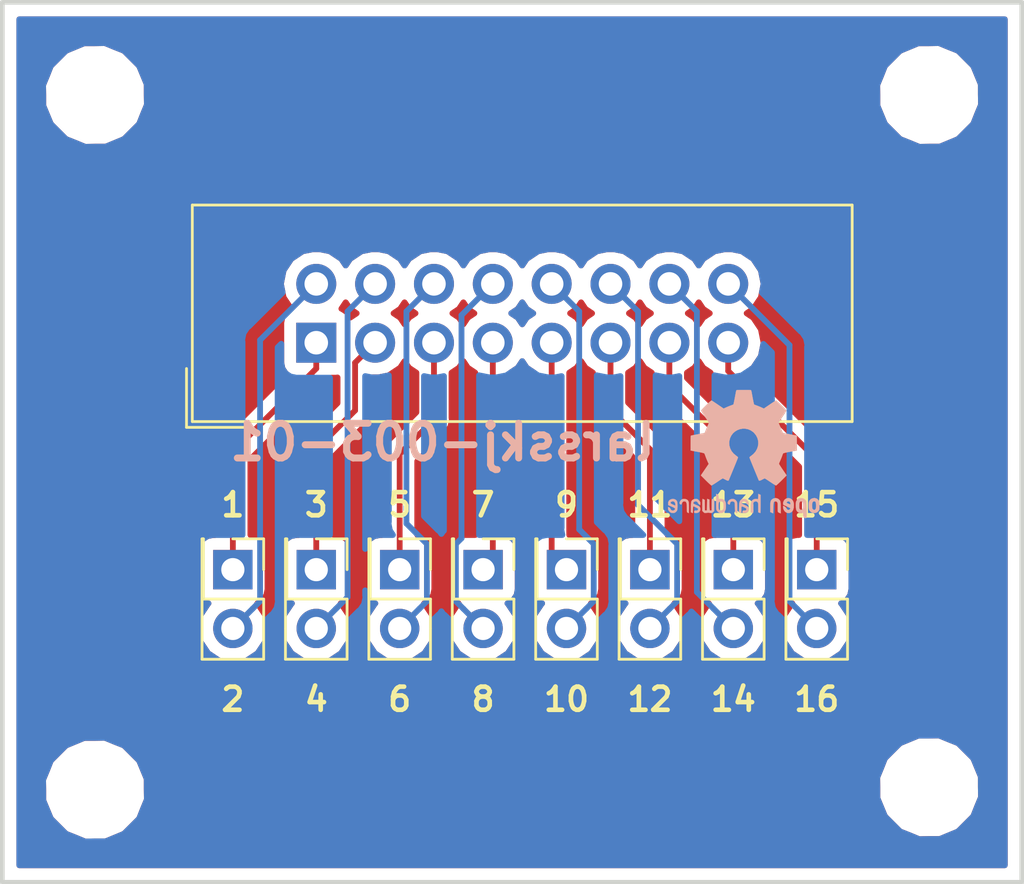
<source format=kicad_pcb>
(kicad_pcb (version 20171130) (host pcbnew 5.0.2-bee76a0~70~ubuntu18.04.1)

  (general
    (thickness 1.6)
    (drawings 21)
    (tracks 63)
    (zones 0)
    (modules 14)
    (nets 17)
  )

  (page A4)
  (layers
    (0 F.Cu signal)
    (31 B.Cu signal)
    (32 B.Adhes user)
    (33 F.Adhes user)
    (34 B.Paste user)
    (35 F.Paste user)
    (36 B.SilkS user)
    (37 F.SilkS user)
    (38 B.Mask user)
    (39 F.Mask user)
    (40 Dwgs.User user)
    (41 Cmts.User user)
    (42 Eco1.User user)
    (43 Eco2.User user)
    (44 Edge.Cuts user)
    (45 Margin user)
    (46 B.CrtYd user)
    (47 F.CrtYd user)
    (48 B.Fab user hide)
    (49 F.Fab user hide)
  )

  (setup
    (last_trace_width 0.25)
    (trace_clearance 0.2)
    (zone_clearance 0.508)
    (zone_45_only no)
    (trace_min 0.2)
    (segment_width 0.2)
    (edge_width 0.15)
    (via_size 0.8)
    (via_drill 0.4)
    (via_min_size 0.4)
    (via_min_drill 0.3)
    (uvia_size 0.3)
    (uvia_drill 0.1)
    (uvias_allowed no)
    (uvia_min_size 0.2)
    (uvia_min_drill 0.1)
    (pcb_text_width 0.3)
    (pcb_text_size 1.5 1.5)
    (mod_edge_width 0.15)
    (mod_text_size 0.8 0.8)
    (mod_text_width 0.15)
    (pad_size 1.524 1.524)
    (pad_drill 0.762)
    (pad_to_mask_clearance 0.051)
    (solder_mask_min_width 0.25)
    (aux_axis_origin 0 0)
    (grid_origin 120.65 114.3)
    (visible_elements 7FFFFFFF)
    (pcbplotparams
      (layerselection 0x010fc_ffffffff)
      (usegerberextensions false)
      (usegerberattributes false)
      (usegerberadvancedattributes false)
      (creategerberjobfile false)
      (excludeedgelayer true)
      (linewidth 0.100000)
      (plotframeref false)
      (viasonmask false)
      (mode 1)
      (useauxorigin false)
      (hpglpennumber 1)
      (hpglpenspeed 20)
      (hpglpendiameter 15.000000)
      (psnegative false)
      (psa4output false)
      (plotreference true)
      (plotvalue true)
      (plotinvisibletext false)
      (padsonsilk false)
      (subtractmaskfromsilk false)
      (outputformat 1)
      (mirror false)
      (drillshape 1)
      (scaleselection 1)
      (outputdirectory ""))
  )

  (net 0 "")
  (net 1 "Net-(J1-Pad1)")
  (net 2 "Net-(J1-Pad2)")
  (net 3 "Net-(J1-Pad3)")
  (net 4 "Net-(J1-Pad4)")
  (net 5 "Net-(J1-Pad5)")
  (net 6 "Net-(J1-Pad6)")
  (net 7 "Net-(J1-Pad7)")
  (net 8 "Net-(J1-Pad8)")
  (net 9 "Net-(J1-Pad9)")
  (net 10 "Net-(J1-Pad10)")
  (net 11 "Net-(J1-Pad11)")
  (net 12 "Net-(J1-Pad12)")
  (net 13 "Net-(J1-Pad13)")
  (net 14 "Net-(J1-Pad14)")
  (net 15 "Net-(J1-Pad15)")
  (net 16 "Net-(J1-Pad16)")

  (net_class Default "This is the default net class."
    (clearance 0.2)
    (trace_width 0.25)
    (via_dia 0.8)
    (via_drill 0.4)
    (uvia_dia 0.3)
    (uvia_drill 0.1)
    (add_net "Net-(J1-Pad1)")
    (add_net "Net-(J1-Pad10)")
    (add_net "Net-(J1-Pad11)")
    (add_net "Net-(J1-Pad12)")
    (add_net "Net-(J1-Pad13)")
    (add_net "Net-(J1-Pad14)")
    (add_net "Net-(J1-Pad15)")
    (add_net "Net-(J1-Pad16)")
    (add_net "Net-(J1-Pad2)")
    (add_net "Net-(J1-Pad3)")
    (add_net "Net-(J1-Pad4)")
    (add_net "Net-(J1-Pad5)")
    (add_net "Net-(J1-Pad6)")
    (add_net "Net-(J1-Pad7)")
    (add_net "Net-(J1-Pad8)")
    (add_net "Net-(J1-Pad9)")
  )

  (module MountingHole:MountingHole_3.2mm_M3 (layer F.Cu) (tedit 5CA51FD1) (tstamp 5CB359B6)
    (at 160.65 110.2)
    (descr "Mounting Hole 3.2mm, no annular, M3")
    (tags "mounting hole 3.2mm no annular m3")
    (attr virtual)
    (fp_text reference REF** (at 0 -4.2) (layer F.SilkS) hide
      (effects (font (size 1 1) (thickness 0.15)))
    )
    (fp_text value MountingHole_3.2mm_M3 (at 0 4.2) (layer F.Fab)
      (effects (font (size 1 1) (thickness 0.15)))
    )
    (fp_circle (center 0 0) (end 3.45 0) (layer F.CrtYd) (width 0.05))
    (fp_circle (center 0 0) (end 3.2 0) (layer Cmts.User) (width 0.15))
    (fp_text user %R (at 0.3 0) (layer F.Fab)
      (effects (font (size 1 1) (thickness 0.15)))
    )
    (pad 1 np_thru_hole circle (at 0 0) (size 3.2 3.2) (drill 3.2) (layers *.Cu *.Mask))
  )

  (module MountingHole:MountingHole_3.2mm_M3 (layer F.Cu) (tedit 5CA51FD1) (tstamp 5CB359A8)
    (at 124.65 110.3)
    (descr "Mounting Hole 3.2mm, no annular, M3")
    (tags "mounting hole 3.2mm no annular m3")
    (attr virtual)
    (fp_text reference REF** (at 0 -4.2) (layer F.SilkS) hide
      (effects (font (size 1 1) (thickness 0.15)))
    )
    (fp_text value MountingHole_3.2mm_M3 (at 0 4.2) (layer F.Fab)
      (effects (font (size 1 1) (thickness 0.15)))
    )
    (fp_text user %R (at 0.3 0) (layer F.Fab)
      (effects (font (size 1 1) (thickness 0.15)))
    )
    (fp_circle (center 0 0) (end 3.2 0) (layer Cmts.User) (width 0.15))
    (fp_circle (center 0 0) (end 3.45 0) (layer F.CrtYd) (width 0.05))
    (pad 1 np_thru_hole circle (at 0 0) (size 3.2 3.2) (drill 3.2) (layers *.Cu *.Mask))
  )

  (module MountingHole:MountingHole_3.2mm_M3 (layer F.Cu) (tedit 5CA51FD1) (tstamp 5CB35999)
    (at 160.65 80.3)
    (descr "Mounting Hole 3.2mm, no annular, M3")
    (tags "mounting hole 3.2mm no annular m3")
    (attr virtual)
    (fp_text reference REF** (at 0 -4.2) (layer F.SilkS) hide
      (effects (font (size 1 1) (thickness 0.15)))
    )
    (fp_text value MountingHole_3.2mm_M3 (at 0 4.2) (layer F.Fab)
      (effects (font (size 1 1) (thickness 0.15)))
    )
    (fp_text user %R (at 0.3 0) (layer F.Fab)
      (effects (font (size 1 1) (thickness 0.15)))
    )
    (fp_circle (center 0 0) (end 3.2 0) (layer Cmts.User) (width 0.15))
    (fp_circle (center 0 0) (end 3.45 0) (layer F.CrtYd) (width 0.05))
    (pad 1 np_thru_hole circle (at 0 0) (size 3.2 3.2) (drill 3.2) (layers *.Cu *.Mask))
  )

  (module Connector_IDC:IDC-Header_2x08_P2.54mm_Vertical (layer F.Cu) (tedit 5CA519F1) (tstamp 5CA5E288)
    (at 134.2 91 90)
    (descr "Through hole straight IDC box header, 2x08, 2.54mm pitch, double rows")
    (tags "Through hole IDC box header THT 2x08 2.54mm double row")
    (path /5CA514F7)
    (fp_text reference J1 (at 1.27 -6.604 90) (layer F.SilkS) hide
      (effects (font (size 1 1) (thickness 0.15)))
    )
    (fp_text value "IDC connector" (at 1.27 24.384 90) (layer F.Fab) hide
      (effects (font (size 1 1) (thickness 0.15)))
    )
    (fp_text user %R (at 1.27 8.89 90) (layer F.Fab) hide
      (effects (font (size 1 1) (thickness 0.15)))
    )
    (fp_line (start 5.695 -5.1) (end 5.695 22.88) (layer F.Fab) (width 0.1))
    (fp_line (start 5.145 -4.56) (end 5.145 22.32) (layer F.Fab) (width 0.1))
    (fp_line (start -3.155 -5.1) (end -3.155 22.88) (layer F.Fab) (width 0.1))
    (fp_line (start -2.605 -4.56) (end -2.605 6.64) (layer F.Fab) (width 0.1))
    (fp_line (start -2.605 11.14) (end -2.605 22.32) (layer F.Fab) (width 0.1))
    (fp_line (start -2.605 6.64) (end -3.155 6.64) (layer F.Fab) (width 0.1))
    (fp_line (start -2.605 11.14) (end -3.155 11.14) (layer F.Fab) (width 0.1))
    (fp_line (start 5.695 -5.1) (end -3.155 -5.1) (layer F.Fab) (width 0.1))
    (fp_line (start 5.145 -4.56) (end -2.605 -4.56) (layer F.Fab) (width 0.1))
    (fp_line (start 5.695 22.88) (end -3.155 22.88) (layer F.Fab) (width 0.1))
    (fp_line (start 5.145 22.32) (end -2.605 22.32) (layer F.Fab) (width 0.1))
    (fp_line (start 5.695 -5.1) (end 5.145 -4.56) (layer F.Fab) (width 0.1))
    (fp_line (start 5.695 22.88) (end 5.145 22.32) (layer F.Fab) (width 0.1))
    (fp_line (start -3.155 -5.1) (end -2.605 -4.56) (layer F.Fab) (width 0.1))
    (fp_line (start -3.155 22.88) (end -2.605 22.32) (layer F.Fab) (width 0.1))
    (fp_line (start 5.95 -5.35) (end 5.95 23.13) (layer F.CrtYd) (width 0.05))
    (fp_line (start 5.95 23.13) (end -3.41 23.13) (layer F.CrtYd) (width 0.05))
    (fp_line (start -3.41 23.13) (end -3.41 -5.35) (layer F.CrtYd) (width 0.05))
    (fp_line (start -3.41 -5.35) (end 5.95 -5.35) (layer F.CrtYd) (width 0.05))
    (fp_line (start 5.945 -5.35) (end 5.945 23.13) (layer F.SilkS) (width 0.12))
    (fp_line (start 5.945 23.13) (end -3.405 23.13) (layer F.SilkS) (width 0.12))
    (fp_line (start -3.405 23.13) (end -3.405 -5.35) (layer F.SilkS) (width 0.12))
    (fp_line (start -3.405 -5.35) (end 5.945 -5.35) (layer F.SilkS) (width 0.12))
    (fp_line (start -3.655 -5.6) (end -3.655 -3.06) (layer F.SilkS) (width 0.12))
    (fp_line (start -3.655 -5.6) (end -1.115 -5.6) (layer F.SilkS) (width 0.12))
    (pad 1 thru_hole rect (at 0 0 90) (size 1.7272 1.7272) (drill 1.016) (layers *.Cu *.Mask)
      (net 1 "Net-(J1-Pad1)"))
    (pad 2 thru_hole oval (at 2.54 0 90) (size 1.7272 1.7272) (drill 1.016) (layers *.Cu *.Mask)
      (net 2 "Net-(J1-Pad2)"))
    (pad 3 thru_hole oval (at 0 2.54 90) (size 1.7272 1.7272) (drill 1.016) (layers *.Cu *.Mask)
      (net 3 "Net-(J1-Pad3)"))
    (pad 4 thru_hole oval (at 2.54 2.54 90) (size 1.7272 1.7272) (drill 1.016) (layers *.Cu *.Mask)
      (net 4 "Net-(J1-Pad4)"))
    (pad 5 thru_hole oval (at 0 5.08 90) (size 1.7272 1.7272) (drill 1.016) (layers *.Cu *.Mask)
      (net 5 "Net-(J1-Pad5)"))
    (pad 6 thru_hole oval (at 2.54 5.08 90) (size 1.7272 1.7272) (drill 1.016) (layers *.Cu *.Mask)
      (net 6 "Net-(J1-Pad6)"))
    (pad 7 thru_hole oval (at 0 7.62 90) (size 1.7272 1.7272) (drill 1.016) (layers *.Cu *.Mask)
      (net 7 "Net-(J1-Pad7)"))
    (pad 8 thru_hole oval (at 2.54 7.62 90) (size 1.7272 1.7272) (drill 1.016) (layers *.Cu *.Mask)
      (net 8 "Net-(J1-Pad8)"))
    (pad 9 thru_hole oval (at 0 10.16 90) (size 1.7272 1.7272) (drill 1.016) (layers *.Cu *.Mask)
      (net 9 "Net-(J1-Pad9)"))
    (pad 10 thru_hole oval (at 2.54 10.16 90) (size 1.7272 1.7272) (drill 1.016) (layers *.Cu *.Mask)
      (net 10 "Net-(J1-Pad10)"))
    (pad 11 thru_hole oval (at 0 12.7 90) (size 1.7272 1.7272) (drill 1.016) (layers *.Cu *.Mask)
      (net 11 "Net-(J1-Pad11)"))
    (pad 12 thru_hole oval (at 2.54 12.7 90) (size 1.7272 1.7272) (drill 1.016) (layers *.Cu *.Mask)
      (net 12 "Net-(J1-Pad12)"))
    (pad 13 thru_hole oval (at 0 15.24 90) (size 1.7272 1.7272) (drill 1.016) (layers *.Cu *.Mask)
      (net 13 "Net-(J1-Pad13)"))
    (pad 14 thru_hole oval (at 2.54 15.24 90) (size 1.7272 1.7272) (drill 1.016) (layers *.Cu *.Mask)
      (net 14 "Net-(J1-Pad14)"))
    (pad 15 thru_hole oval (at 0 17.78 90) (size 1.7272 1.7272) (drill 1.016) (layers *.Cu *.Mask)
      (net 15 "Net-(J1-Pad15)"))
    (pad 16 thru_hole oval (at 2.54 17.78 90) (size 1.7272 1.7272) (drill 1.016) (layers *.Cu *.Mask)
      (net 16 "Net-(J1-Pad16)"))
    (model ${KISYS3DMOD}/Connector_IDC.3dshapes/IDC-Header_2x08_P2.54mm_Vertical.wrl
      (at (xyz 0 0 0))
      (scale (xyz 1 1 1))
      (rotate (xyz 0 0 0))
    )
  )

  (module Connector_PinHeader_2.54mm:PinHeader_2x01_P2.54mm_Vertical (layer F.Cu) (tedit 5CA51691) (tstamp 5CA5E2A0)
    (at 130.6 100.8 270)
    (descr "Through hole straight pin header, 2x01, 2.54mm pitch, double rows")
    (tags "Through hole pin header THT 2x01 2.54mm double row")
    (path /5CA515BF)
    (fp_text reference J2 (at 1.27 -2.33 270) (layer F.SilkS) hide
      (effects (font (size 1 1) (thickness 0.15)))
    )
    (fp_text value Conn_02x01 (at 1.27 2.33 270) (layer F.Fab) hide
      (effects (font (size 1 1) (thickness 0.15)))
    )
    (fp_line (start 0 -1.27) (end 3.81 -1.27) (layer F.Fab) (width 0.1))
    (fp_line (start 3.81 -1.27) (end 3.81 1.27) (layer F.Fab) (width 0.1))
    (fp_line (start 3.81 1.27) (end -1.27 1.27) (layer F.Fab) (width 0.1))
    (fp_line (start -1.27 1.27) (end -1.27 0) (layer F.Fab) (width 0.1))
    (fp_line (start -1.27 0) (end 0 -1.27) (layer F.Fab) (width 0.1))
    (fp_line (start -1.33 1.33) (end 3.87 1.33) (layer F.SilkS) (width 0.12))
    (fp_line (start -1.33 1.27) (end -1.33 1.33) (layer F.SilkS) (width 0.12))
    (fp_line (start 3.87 -1.33) (end 3.87 1.33) (layer F.SilkS) (width 0.12))
    (fp_line (start -1.33 1.27) (end 1.27 1.27) (layer F.SilkS) (width 0.12))
    (fp_line (start 1.27 1.27) (end 1.27 -1.33) (layer F.SilkS) (width 0.12))
    (fp_line (start 1.27 -1.33) (end 3.87 -1.33) (layer F.SilkS) (width 0.12))
    (fp_line (start -1.33 0) (end -1.33 -1.33) (layer F.SilkS) (width 0.12))
    (fp_line (start -1.33 -1.33) (end 0 -1.33) (layer F.SilkS) (width 0.12))
    (fp_line (start -1.8 -1.8) (end -1.8 1.8) (layer F.CrtYd) (width 0.05))
    (fp_line (start -1.8 1.8) (end 4.35 1.8) (layer F.CrtYd) (width 0.05))
    (fp_line (start 4.35 1.8) (end 4.35 -1.8) (layer F.CrtYd) (width 0.05))
    (fp_line (start 4.35 -1.8) (end -1.8 -1.8) (layer F.CrtYd) (width 0.05))
    (fp_text user %R (at 1.27 0) (layer F.Fab) hide
      (effects (font (size 1 1) (thickness 0.15)))
    )
    (pad 1 thru_hole rect (at 0 0 270) (size 1.7 1.7) (drill 1) (layers *.Cu *.Mask)
      (net 1 "Net-(J1-Pad1)"))
    (pad 2 thru_hole oval (at 2.54 0 270) (size 1.7 1.7) (drill 1) (layers *.Cu *.Mask)
      (net 2 "Net-(J1-Pad2)"))
    (model ${KISYS3DMOD}/Connector_PinHeader_2.54mm.3dshapes/PinHeader_2x01_P2.54mm_Vertical.wrl
      (at (xyz 0 0 0))
      (scale (xyz 1 1 1))
      (rotate (xyz 0 0 0))
    )
  )

  (module Connector_PinHeader_2.54mm:PinHeader_2x01_P2.54mm_Vertical (layer F.Cu) (tedit 5CA516DC) (tstamp 5CA5E2B8)
    (at 134.2 100.8 270)
    (descr "Through hole straight pin header, 2x01, 2.54mm pitch, double rows")
    (tags "Through hole pin header THT 2x01 2.54mm double row")
    (path /5CA5161E)
    (fp_text reference J3 (at 1.27 -2.33 270) (layer F.SilkS) hide
      (effects (font (size 1 1) (thickness 0.15)))
    )
    (fp_text value Conn_02x01 (at 1.27 2.33 270) (layer F.Fab) hide
      (effects (font (size 1 1) (thickness 0.15)))
    )
    (fp_text user %R (at 1.4 -0.4) (layer F.Fab) hide
      (effects (font (size 1 1) (thickness 0.15)))
    )
    (fp_line (start 4.35 -1.8) (end -1.8 -1.8) (layer F.CrtYd) (width 0.05))
    (fp_line (start 4.35 1.8) (end 4.35 -1.8) (layer F.CrtYd) (width 0.05))
    (fp_line (start -1.8 1.8) (end 4.35 1.8) (layer F.CrtYd) (width 0.05))
    (fp_line (start -1.8 -1.8) (end -1.8 1.8) (layer F.CrtYd) (width 0.05))
    (fp_line (start -1.33 -1.33) (end 0 -1.33) (layer F.SilkS) (width 0.12))
    (fp_line (start -1.33 0) (end -1.33 -1.33) (layer F.SilkS) (width 0.12))
    (fp_line (start 1.27 -1.33) (end 3.87 -1.33) (layer F.SilkS) (width 0.12))
    (fp_line (start 1.27 1.27) (end 1.27 -1.33) (layer F.SilkS) (width 0.12))
    (fp_line (start -1.33 1.27) (end 1.27 1.27) (layer F.SilkS) (width 0.12))
    (fp_line (start 3.87 -1.33) (end 3.87 1.33) (layer F.SilkS) (width 0.12))
    (fp_line (start -1.33 1.27) (end -1.33 1.33) (layer F.SilkS) (width 0.12))
    (fp_line (start -1.33 1.33) (end 3.87 1.33) (layer F.SilkS) (width 0.12))
    (fp_line (start -1.27 0) (end 0 -1.27) (layer F.Fab) (width 0.1))
    (fp_line (start -1.27 1.27) (end -1.27 0) (layer F.Fab) (width 0.1))
    (fp_line (start 3.81 1.27) (end -1.27 1.27) (layer F.Fab) (width 0.1))
    (fp_line (start 3.81 -1.27) (end 3.81 1.27) (layer F.Fab) (width 0.1))
    (fp_line (start 0 -1.27) (end 3.81 -1.27) (layer F.Fab) (width 0.1))
    (pad 2 thru_hole oval (at 2.54 0 270) (size 1.7 1.7) (drill 1) (layers *.Cu *.Mask)
      (net 4 "Net-(J1-Pad4)"))
    (pad 1 thru_hole rect (at 0 0 270) (size 1.7 1.7) (drill 1) (layers *.Cu *.Mask)
      (net 3 "Net-(J1-Pad3)"))
    (model ${KISYS3DMOD}/Connector_PinHeader_2.54mm.3dshapes/PinHeader_2x01_P2.54mm_Vertical.wrl
      (at (xyz 0 0 0))
      (scale (xyz 1 1 1))
      (rotate (xyz 0 0 0))
    )
  )

  (module Connector_PinHeader_2.54mm:PinHeader_2x01_P2.54mm_Vertical (layer F.Cu) (tedit 5CA51711) (tstamp 5CA5E2D0)
    (at 137.8 100.8 270)
    (descr "Through hole straight pin header, 2x01, 2.54mm pitch, double rows")
    (tags "Through hole pin header THT 2x01 2.54mm double row")
    (path /5CA5162B)
    (fp_text reference J4 (at 1.27 -2.33 270) (layer F.SilkS) hide
      (effects (font (size 1 1) (thickness 0.15)))
    )
    (fp_text value Conn_02x01 (at 1.27 2.33 270) (layer F.Fab) hide
      (effects (font (size 1 1) (thickness 0.15)))
    )
    (fp_line (start 0 -1.27) (end 3.81 -1.27) (layer F.Fab) (width 0.1))
    (fp_line (start 3.81 -1.27) (end 3.81 1.27) (layer F.Fab) (width 0.1))
    (fp_line (start 3.81 1.27) (end -1.27 1.27) (layer F.Fab) (width 0.1))
    (fp_line (start -1.27 1.27) (end -1.27 0) (layer F.Fab) (width 0.1))
    (fp_line (start -1.27 0) (end 0 -1.27) (layer F.Fab) (width 0.1))
    (fp_line (start -1.33 1.33) (end 3.87 1.33) (layer F.SilkS) (width 0.12))
    (fp_line (start -1.33 1.27) (end -1.33 1.33) (layer F.SilkS) (width 0.12))
    (fp_line (start 3.87 -1.33) (end 3.87 1.33) (layer F.SilkS) (width 0.12))
    (fp_line (start -1.33 1.27) (end 1.27 1.27) (layer F.SilkS) (width 0.12))
    (fp_line (start 1.27 1.27) (end 1.27 -1.33) (layer F.SilkS) (width 0.12))
    (fp_line (start 1.27 -1.33) (end 3.87 -1.33) (layer F.SilkS) (width 0.12))
    (fp_line (start -1.33 0) (end -1.33 -1.33) (layer F.SilkS) (width 0.12))
    (fp_line (start -1.33 -1.33) (end 0 -1.33) (layer F.SilkS) (width 0.12))
    (fp_line (start -1.8 -1.8) (end -1.8 1.8) (layer F.CrtYd) (width 0.05))
    (fp_line (start -1.8 1.8) (end 4.35 1.8) (layer F.CrtYd) (width 0.05))
    (fp_line (start 4.35 1.8) (end 4.35 -1.8) (layer F.CrtYd) (width 0.05))
    (fp_line (start 4.35 -1.8) (end -1.8 -1.8) (layer F.CrtYd) (width 0.05))
    (fp_text user %R (at 1.27 0) (layer F.Fab) hide
      (effects (font (size 1 1) (thickness 0.15)))
    )
    (pad 1 thru_hole rect (at 0 0 270) (size 1.7 1.7) (drill 1) (layers *.Cu *.Mask)
      (net 5 "Net-(J1-Pad5)"))
    (pad 2 thru_hole oval (at 2.54 0 270) (size 1.7 1.7) (drill 1) (layers *.Cu *.Mask)
      (net 6 "Net-(J1-Pad6)"))
    (model ${KISYS3DMOD}/Connector_PinHeader_2.54mm.3dshapes/PinHeader_2x01_P2.54mm_Vertical.wrl
      (at (xyz 0 0 0))
      (scale (xyz 1 1 1))
      (rotate (xyz 0 0 0))
    )
  )

  (module Connector_PinHeader_2.54mm:PinHeader_2x01_P2.54mm_Vertical (layer F.Cu) (tedit 5CA51750) (tstamp 5CA5E2E8)
    (at 141.4 100.8 270)
    (descr "Through hole straight pin header, 2x01, 2.54mm pitch, double rows")
    (tags "Through hole pin header THT 2x01 2.54mm double row")
    (path /5CA51638)
    (fp_text reference J5 (at 1.27 -2.33 270) (layer F.SilkS) hide
      (effects (font (size 1 1) (thickness 0.15)))
    )
    (fp_text value Conn_02x01 (at 1.27 2.33 270) (layer F.Fab) hide
      (effects (font (size 1 1) (thickness 0.15)))
    )
    (fp_text user %R (at 1.27 0) (layer F.Fab) hide
      (effects (font (size 1 1) (thickness 0.15)))
    )
    (fp_line (start 4.35 -1.8) (end -1.8 -1.8) (layer F.CrtYd) (width 0.05))
    (fp_line (start 4.35 1.8) (end 4.35 -1.8) (layer F.CrtYd) (width 0.05))
    (fp_line (start -1.8 1.8) (end 4.35 1.8) (layer F.CrtYd) (width 0.05))
    (fp_line (start -1.8 -1.8) (end -1.8 1.8) (layer F.CrtYd) (width 0.05))
    (fp_line (start -1.33 -1.33) (end 0 -1.33) (layer F.SilkS) (width 0.12))
    (fp_line (start -1.33 0) (end -1.33 -1.33) (layer F.SilkS) (width 0.12))
    (fp_line (start 1.27 -1.33) (end 3.87 -1.33) (layer F.SilkS) (width 0.12))
    (fp_line (start 1.27 1.27) (end 1.27 -1.33) (layer F.SilkS) (width 0.12))
    (fp_line (start -1.33 1.27) (end 1.27 1.27) (layer F.SilkS) (width 0.12))
    (fp_line (start 3.87 -1.33) (end 3.87 1.33) (layer F.SilkS) (width 0.12))
    (fp_line (start -1.33 1.27) (end -1.33 1.33) (layer F.SilkS) (width 0.12))
    (fp_line (start -1.33 1.33) (end 3.87 1.33) (layer F.SilkS) (width 0.12))
    (fp_line (start -1.27 0) (end 0 -1.27) (layer F.Fab) (width 0.1))
    (fp_line (start -1.27 1.27) (end -1.27 0) (layer F.Fab) (width 0.1))
    (fp_line (start 3.81 1.27) (end -1.27 1.27) (layer F.Fab) (width 0.1))
    (fp_line (start 3.81 -1.27) (end 3.81 1.27) (layer F.Fab) (width 0.1))
    (fp_line (start 0 -1.27) (end 3.81 -1.27) (layer F.Fab) (width 0.1))
    (pad 2 thru_hole oval (at 2.54 0 270) (size 1.7 1.7) (drill 1) (layers *.Cu *.Mask)
      (net 8 "Net-(J1-Pad8)"))
    (pad 1 thru_hole rect (at 0 0 270) (size 1.7 1.7) (drill 1) (layers *.Cu *.Mask)
      (net 7 "Net-(J1-Pad7)"))
    (model ${KISYS3DMOD}/Connector_PinHeader_2.54mm.3dshapes/PinHeader_2x01_P2.54mm_Vertical.wrl
      (at (xyz 0 0 0))
      (scale (xyz 1 1 1))
      (rotate (xyz 0 0 0))
    )
  )

  (module Connector_PinHeader_2.54mm:PinHeader_2x01_P2.54mm_Vertical (layer F.Cu) (tedit 5CA51774) (tstamp 5CA5E300)
    (at 145 100.8 270)
    (descr "Through hole straight pin header, 2x01, 2.54mm pitch, double rows")
    (tags "Through hole pin header THT 2x01 2.54mm double row")
    (path /5CA51645)
    (fp_text reference J6 (at 1.27 -2.33 270) (layer F.SilkS) hide
      (effects (font (size 1 1) (thickness 0.15)))
    )
    (fp_text value Conn_02x01 (at 1.27 2.33 270) (layer F.Fab) hide
      (effects (font (size 1 1) (thickness 0.15)))
    )
    (fp_line (start 0 -1.27) (end 3.81 -1.27) (layer F.Fab) (width 0.1))
    (fp_line (start 3.81 -1.27) (end 3.81 1.27) (layer F.Fab) (width 0.1))
    (fp_line (start 3.81 1.27) (end -1.27 1.27) (layer F.Fab) (width 0.1))
    (fp_line (start -1.27 1.27) (end -1.27 0) (layer F.Fab) (width 0.1))
    (fp_line (start -1.27 0) (end 0 -1.27) (layer F.Fab) (width 0.1))
    (fp_line (start -1.33 1.33) (end 3.87 1.33) (layer F.SilkS) (width 0.12))
    (fp_line (start -1.33 1.27) (end -1.33 1.33) (layer F.SilkS) (width 0.12))
    (fp_line (start 3.87 -1.33) (end 3.87 1.33) (layer F.SilkS) (width 0.12))
    (fp_line (start -1.33 1.27) (end 1.27 1.27) (layer F.SilkS) (width 0.12))
    (fp_line (start 1.27 1.27) (end 1.27 -1.33) (layer F.SilkS) (width 0.12))
    (fp_line (start 1.27 -1.33) (end 3.87 -1.33) (layer F.SilkS) (width 0.12))
    (fp_line (start -1.33 0) (end -1.33 -1.33) (layer F.SilkS) (width 0.12))
    (fp_line (start -1.33 -1.33) (end 0 -1.33) (layer F.SilkS) (width 0.12))
    (fp_line (start -1.8 -1.8) (end -1.8 1.8) (layer F.CrtYd) (width 0.05))
    (fp_line (start -1.8 1.8) (end 4.35 1.8) (layer F.CrtYd) (width 0.05))
    (fp_line (start 4.35 1.8) (end 4.35 -1.8) (layer F.CrtYd) (width 0.05))
    (fp_line (start 4.35 -1.8) (end -1.8 -1.8) (layer F.CrtYd) (width 0.05))
    (fp_text user %R (at 1.27 0) (layer F.Fab) hide
      (effects (font (size 1 1) (thickness 0.15)))
    )
    (pad 1 thru_hole rect (at 0 0 270) (size 1.7 1.7) (drill 1) (layers *.Cu *.Mask)
      (net 9 "Net-(J1-Pad9)"))
    (pad 2 thru_hole oval (at 2.54 0 270) (size 1.7 1.7) (drill 1) (layers *.Cu *.Mask)
      (net 10 "Net-(J1-Pad10)"))
    (model ${KISYS3DMOD}/Connector_PinHeader_2.54mm.3dshapes/PinHeader_2x01_P2.54mm_Vertical.wrl
      (at (xyz 0 0 0))
      (scale (xyz 1 1 1))
      (rotate (xyz 0 0 0))
    )
  )

  (module Connector_PinHeader_2.54mm:PinHeader_2x01_P2.54mm_Vertical (layer F.Cu) (tedit 5CA517A8) (tstamp 5CA5E318)
    (at 148.6 100.8 270)
    (descr "Through hole straight pin header, 2x01, 2.54mm pitch, double rows")
    (tags "Through hole pin header THT 2x01 2.54mm double row")
    (path /5CA51652)
    (fp_text reference J7 (at 1.27 -2.33 270) (layer F.SilkS) hide
      (effects (font (size 1 1) (thickness 0.15)))
    )
    (fp_text value Conn_02x01 (at 1.27 2.33 270) (layer F.Fab) hide
      (effects (font (size 1 1) (thickness 0.15)))
    )
    (fp_text user %R (at 1.27 0) (layer F.Fab) hide
      (effects (font (size 1 1) (thickness 0.15)))
    )
    (fp_line (start 4.35 -1.8) (end -1.8 -1.8) (layer F.CrtYd) (width 0.05))
    (fp_line (start 4.35 1.8) (end 4.35 -1.8) (layer F.CrtYd) (width 0.05))
    (fp_line (start -1.8 1.8) (end 4.35 1.8) (layer F.CrtYd) (width 0.05))
    (fp_line (start -1.8 -1.8) (end -1.8 1.8) (layer F.CrtYd) (width 0.05))
    (fp_line (start -1.33 -1.33) (end 0 -1.33) (layer F.SilkS) (width 0.12))
    (fp_line (start -1.33 0) (end -1.33 -1.33) (layer F.SilkS) (width 0.12))
    (fp_line (start 1.27 -1.33) (end 3.87 -1.33) (layer F.SilkS) (width 0.12))
    (fp_line (start 1.27 1.27) (end 1.27 -1.33) (layer F.SilkS) (width 0.12))
    (fp_line (start -1.33 1.27) (end 1.27 1.27) (layer F.SilkS) (width 0.12))
    (fp_line (start 3.87 -1.33) (end 3.87 1.33) (layer F.SilkS) (width 0.12))
    (fp_line (start -1.33 1.27) (end -1.33 1.33) (layer F.SilkS) (width 0.12))
    (fp_line (start -1.33 1.33) (end 3.87 1.33) (layer F.SilkS) (width 0.12))
    (fp_line (start -1.27 0) (end 0 -1.27) (layer F.Fab) (width 0.1))
    (fp_line (start -1.27 1.27) (end -1.27 0) (layer F.Fab) (width 0.1))
    (fp_line (start 3.81 1.27) (end -1.27 1.27) (layer F.Fab) (width 0.1))
    (fp_line (start 3.81 -1.27) (end 3.81 1.27) (layer F.Fab) (width 0.1))
    (fp_line (start 0 -1.27) (end 3.81 -1.27) (layer F.Fab) (width 0.1))
    (pad 2 thru_hole oval (at 2.54 0 270) (size 1.7 1.7) (drill 1) (layers *.Cu *.Mask)
      (net 12 "Net-(J1-Pad12)"))
    (pad 1 thru_hole rect (at 0 0 270) (size 1.7 1.7) (drill 1) (layers *.Cu *.Mask)
      (net 11 "Net-(J1-Pad11)"))
    (model ${KISYS3DMOD}/Connector_PinHeader_2.54mm.3dshapes/PinHeader_2x01_P2.54mm_Vertical.wrl
      (at (xyz 0 0 0))
      (scale (xyz 1 1 1))
      (rotate (xyz 0 0 0))
    )
  )

  (module Connector_PinHeader_2.54mm:PinHeader_2x01_P2.54mm_Vertical (layer F.Cu) (tedit 5CA517BC) (tstamp 5CA5E330)
    (at 152.2 100.8 270)
    (descr "Through hole straight pin header, 2x01, 2.54mm pitch, double rows")
    (tags "Through hole pin header THT 2x01 2.54mm double row")
    (path /5CA5165F)
    (fp_text reference J8 (at 1.27 -2.33 270) (layer F.SilkS) hide
      (effects (font (size 1 1) (thickness 0.15)))
    )
    (fp_text value Conn_02x01 (at 1.27 2.33 270) (layer F.Fab) hide
      (effects (font (size 1 1) (thickness 0.15)))
    )
    (fp_line (start 0 -1.27) (end 3.81 -1.27) (layer F.Fab) (width 0.1))
    (fp_line (start 3.81 -1.27) (end 3.81 1.27) (layer F.Fab) (width 0.1))
    (fp_line (start 3.81 1.27) (end -1.27 1.27) (layer F.Fab) (width 0.1))
    (fp_line (start -1.27 1.27) (end -1.27 0) (layer F.Fab) (width 0.1))
    (fp_line (start -1.27 0) (end 0 -1.27) (layer F.Fab) (width 0.1))
    (fp_line (start -1.33 1.33) (end 3.87 1.33) (layer F.SilkS) (width 0.12))
    (fp_line (start -1.33 1.27) (end -1.33 1.33) (layer F.SilkS) (width 0.12))
    (fp_line (start 3.87 -1.33) (end 3.87 1.33) (layer F.SilkS) (width 0.12))
    (fp_line (start -1.33 1.27) (end 1.27 1.27) (layer F.SilkS) (width 0.12))
    (fp_line (start 1.27 1.27) (end 1.27 -1.33) (layer F.SilkS) (width 0.12))
    (fp_line (start 1.27 -1.33) (end 3.87 -1.33) (layer F.SilkS) (width 0.12))
    (fp_line (start -1.33 0) (end -1.33 -1.33) (layer F.SilkS) (width 0.12))
    (fp_line (start -1.33 -1.33) (end 0 -1.33) (layer F.SilkS) (width 0.12))
    (fp_line (start -1.8 -1.8) (end -1.8 1.8) (layer F.CrtYd) (width 0.05))
    (fp_line (start -1.8 1.8) (end 4.35 1.8) (layer F.CrtYd) (width 0.05))
    (fp_line (start 4.35 1.8) (end 4.35 -1.8) (layer F.CrtYd) (width 0.05))
    (fp_line (start 4.35 -1.8) (end -1.8 -1.8) (layer F.CrtYd) (width 0.05))
    (fp_text user %R (at 1.27 0) (layer F.Fab) hide
      (effects (font (size 1 1) (thickness 0.15)))
    )
    (pad 1 thru_hole rect (at 0 0 270) (size 1.7 1.7) (drill 1) (layers *.Cu *.Mask)
      (net 13 "Net-(J1-Pad13)"))
    (pad 2 thru_hole oval (at 2.54 0 270) (size 1.7 1.7) (drill 1) (layers *.Cu *.Mask)
      (net 14 "Net-(J1-Pad14)"))
    (model ${KISYS3DMOD}/Connector_PinHeader_2.54mm.3dshapes/PinHeader_2x01_P2.54mm_Vertical.wrl
      (at (xyz 0 0 0))
      (scale (xyz 1 1 1))
      (rotate (xyz 0 0 0))
    )
  )

  (module Connector_PinHeader_2.54mm:PinHeader_2x01_P2.54mm_Vertical (layer F.Cu) (tedit 5CA517D4) (tstamp 5CA5E348)
    (at 155.8 100.8 270)
    (descr "Through hole straight pin header, 2x01, 2.54mm pitch, double rows")
    (tags "Through hole pin header THT 2x01 2.54mm double row")
    (path /5CA5166C)
    (fp_text reference J9 (at 1.27 -2.33 270) (layer F.SilkS) hide
      (effects (font (size 1 1) (thickness 0.15)))
    )
    (fp_text value Conn_02x01 (at 1.27 2.33 270) (layer F.Fab) hide
      (effects (font (size 1 1) (thickness 0.15)))
    )
    (fp_text user %R (at 1.27 0) (layer F.Fab) hide
      (effects (font (size 1 1) (thickness 0.15)))
    )
    (fp_line (start 4.35 -1.8) (end -1.8 -1.8) (layer F.CrtYd) (width 0.05))
    (fp_line (start 4.35 1.8) (end 4.35 -1.8) (layer F.CrtYd) (width 0.05))
    (fp_line (start -1.8 1.8) (end 4.35 1.8) (layer F.CrtYd) (width 0.05))
    (fp_line (start -1.8 -1.8) (end -1.8 1.8) (layer F.CrtYd) (width 0.05))
    (fp_line (start -1.33 -1.33) (end 0 -1.33) (layer F.SilkS) (width 0.12))
    (fp_line (start -1.33 0) (end -1.33 -1.33) (layer F.SilkS) (width 0.12))
    (fp_line (start 1.27 -1.33) (end 3.87 -1.33) (layer F.SilkS) (width 0.12))
    (fp_line (start 1.27 1.27) (end 1.27 -1.33) (layer F.SilkS) (width 0.12))
    (fp_line (start -1.33 1.27) (end 1.27 1.27) (layer F.SilkS) (width 0.12))
    (fp_line (start 3.87 -1.33) (end 3.87 1.33) (layer F.SilkS) (width 0.12))
    (fp_line (start -1.33 1.27) (end -1.33 1.33) (layer F.SilkS) (width 0.12))
    (fp_line (start -1.33 1.33) (end 3.87 1.33) (layer F.SilkS) (width 0.12))
    (fp_line (start -1.27 0) (end 0 -1.27) (layer F.Fab) (width 0.1))
    (fp_line (start -1.27 1.27) (end -1.27 0) (layer F.Fab) (width 0.1))
    (fp_line (start 3.81 1.27) (end -1.27 1.27) (layer F.Fab) (width 0.1))
    (fp_line (start 3.81 -1.27) (end 3.81 1.27) (layer F.Fab) (width 0.1))
    (fp_line (start 0 -1.27) (end 3.81 -1.27) (layer F.Fab) (width 0.1))
    (pad 2 thru_hole oval (at 2.54 0 270) (size 1.7 1.7) (drill 1) (layers *.Cu *.Mask)
      (net 16 "Net-(J1-Pad16)"))
    (pad 1 thru_hole rect (at 0 0 270) (size 1.7 1.7) (drill 1) (layers *.Cu *.Mask)
      (net 15 "Net-(J1-Pad15)"))
    (model ${KISYS3DMOD}/Connector_PinHeader_2.54mm.3dshapes/PinHeader_2x01_P2.54mm_Vertical.wrl
      (at (xyz 0 0 0))
      (scale (xyz 1 1 1))
      (rotate (xyz 0 0 0))
    )
  )

  (module Symbol:OSHW-Logo2_7.3x6mm_SilkScreen (layer B.Cu) (tedit 5CA51F14) (tstamp 5CB354BA)
    (at 152.65 95.8 180)
    (descr "Open Source Hardware Symbol")
    (tags "Logo Symbol OSHW")
    (attr virtual)
    (fp_text reference REF** (at -9.45 -6.5 180) (layer B.SilkS) hide
      (effects (font (size 1 1) (thickness 0.15)) (justify mirror))
    )
    (fp_text value OSHW-Logo2_7.3x6mm_SilkScreen (at 0.75 0 180) (layer B.Fab) hide
      (effects (font (size 1 1) (thickness 0.15)) (justify mirror))
    )
    (fp_poly (pts (xy 0.10391 2.757652) (xy 0.182454 2.757222) (xy 0.239298 2.756058) (xy 0.278105 2.753793)
      (xy 0.302538 2.75006) (xy 0.316262 2.744494) (xy 0.32294 2.736727) (xy 0.326236 2.726395)
      (xy 0.326556 2.725057) (xy 0.331562 2.700921) (xy 0.340829 2.653299) (xy 0.353392 2.587259)
      (xy 0.368287 2.507872) (xy 0.384551 2.420204) (xy 0.385119 2.417125) (xy 0.40141 2.331211)
      (xy 0.416652 2.255304) (xy 0.429861 2.193955) (xy 0.440054 2.151718) (xy 0.446248 2.133145)
      (xy 0.446543 2.132816) (xy 0.464788 2.123747) (xy 0.502405 2.108633) (xy 0.551271 2.090738)
      (xy 0.551543 2.090642) (xy 0.613093 2.067507) (xy 0.685657 2.038035) (xy 0.754057 2.008403)
      (xy 0.757294 2.006938) (xy 0.868702 1.956374) (xy 1.115399 2.12484) (xy 1.191077 2.176197)
      (xy 1.259631 2.222111) (xy 1.317088 2.25997) (xy 1.359476 2.287163) (xy 1.382825 2.301079)
      (xy 1.385042 2.302111) (xy 1.40201 2.297516) (xy 1.433701 2.275345) (xy 1.481352 2.234553)
      (xy 1.546198 2.174095) (xy 1.612397 2.109773) (xy 1.676214 2.046388) (xy 1.733329 1.988549)
      (xy 1.780305 1.939825) (xy 1.813703 1.90379) (xy 1.830085 1.884016) (xy 1.830694 1.882998)
      (xy 1.832505 1.869428) (xy 1.825683 1.847267) (xy 1.80854 1.813522) (xy 1.779393 1.7652)
      (xy 1.736555 1.699308) (xy 1.679448 1.614483) (xy 1.628766 1.539823) (xy 1.583461 1.47286)
      (xy 1.54615 1.417484) (xy 1.519452 1.37758) (xy 1.505985 1.357038) (xy 1.505137 1.355644)
      (xy 1.506781 1.335962) (xy 1.519245 1.297707) (xy 1.540048 1.248111) (xy 1.547462 1.232272)
      (xy 1.579814 1.16171) (xy 1.614328 1.081647) (xy 1.642365 1.012371) (xy 1.662568 0.960955)
      (xy 1.678615 0.921881) (xy 1.687888 0.901459) (xy 1.689041 0.899886) (xy 1.706096 0.897279)
      (xy 1.746298 0.890137) (xy 1.804302 0.879477) (xy 1.874763 0.866315) (xy 1.952335 0.851667)
      (xy 2.031672 0.836551) (xy 2.107431 0.821982) (xy 2.174264 0.808978) (xy 2.226828 0.798555)
      (xy 2.259776 0.79173) (xy 2.267857 0.789801) (xy 2.276205 0.785038) (xy 2.282506 0.774282)
      (xy 2.287045 0.753902) (xy 2.290104 0.720266) (xy 2.291967 0.669745) (xy 2.292918 0.598708)
      (xy 2.29324 0.503524) (xy 2.293257 0.464508) (xy 2.293257 0.147201) (xy 2.217057 0.132161)
      (xy 2.174663 0.124005) (xy 2.1114 0.112101) (xy 2.034962 0.097884) (xy 1.953043 0.08279)
      (xy 1.9304 0.078645) (xy 1.854806 0.063947) (xy 1.788953 0.049495) (xy 1.738366 0.036625)
      (xy 1.708574 0.026678) (xy 1.703612 0.023713) (xy 1.691426 0.002717) (xy 1.673953 -0.037967)
      (xy 1.654577 -0.090322) (xy 1.650734 -0.1016) (xy 1.625339 -0.171523) (xy 1.593817 -0.250418)
      (xy 1.562969 -0.321266) (xy 1.562817 -0.321595) (xy 1.511447 -0.432733) (xy 1.680399 -0.681253)
      (xy 1.849352 -0.929772) (xy 1.632429 -1.147058) (xy 1.566819 -1.211726) (xy 1.506979 -1.268733)
      (xy 1.456267 -1.315033) (xy 1.418046 -1.347584) (xy 1.395675 -1.363343) (xy 1.392466 -1.364343)
      (xy 1.373626 -1.356469) (xy 1.33518 -1.334578) (xy 1.28133 -1.301267) (xy 1.216276 -1.259131)
      (xy 1.14594 -1.211943) (xy 1.074555 -1.16381) (xy 1.010908 -1.121928) (xy 0.959041 -1.088871)
      (xy 0.922995 -1.067218) (xy 0.906867 -1.059543) (xy 0.887189 -1.066037) (xy 0.849875 -1.08315)
      (xy 0.802621 -1.107326) (xy 0.797612 -1.110013) (xy 0.733977 -1.141927) (xy 0.690341 -1.157579)
      (xy 0.663202 -1.157745) (xy 0.649057 -1.143204) (xy 0.648975 -1.143) (xy 0.641905 -1.125779)
      (xy 0.625042 -1.084899) (xy 0.599695 -1.023525) (xy 0.567171 -0.944819) (xy 0.528778 -0.851947)
      (xy 0.485822 -0.748072) (xy 0.444222 -0.647502) (xy 0.398504 -0.536516) (xy 0.356526 -0.433703)
      (xy 0.319548 -0.342215) (xy 0.288827 -0.265201) (xy 0.265622 -0.205815) (xy 0.25119 -0.167209)
      (xy 0.246743 -0.1528) (xy 0.257896 -0.136272) (xy 0.287069 -0.10993) (xy 0.325971 -0.080887)
      (xy 0.436757 0.010961) (xy 0.523351 0.116241) (xy 0.584716 0.232734) (xy 0.619815 0.358224)
      (xy 0.627608 0.490493) (xy 0.621943 0.551543) (xy 0.591078 0.678205) (xy 0.53792 0.790059)
      (xy 0.465767 0.885999) (xy 0.377917 0.964924) (xy 0.277665 1.02573) (xy 0.16831 1.067313)
      (xy 0.053147 1.088572) (xy -0.064525 1.088401) (xy -0.18141 1.065699) (xy -0.294211 1.019362)
      (xy -0.399631 0.948287) (xy -0.443632 0.908089) (xy -0.528021 0.804871) (xy -0.586778 0.692075)
      (xy -0.620296 0.57299) (xy -0.628965 0.450905) (xy -0.613177 0.329107) (xy -0.573322 0.210884)
      (xy -0.509793 0.099525) (xy -0.422979 -0.001684) (xy -0.325971 -0.080887) (xy -0.285563 -0.111162)
      (xy -0.257018 -0.137219) (xy -0.246743 -0.152825) (xy -0.252123 -0.169843) (xy -0.267425 -0.2105)
      (xy -0.291388 -0.271642) (xy -0.322756 -0.350119) (xy -0.360268 -0.44278) (xy -0.402667 -0.546472)
      (xy -0.444337 -0.647526) (xy -0.49031 -0.758607) (xy -0.532893 -0.861541) (xy -0.570779 -0.953165)
      (xy -0.60266 -1.030316) (xy -0.627229 -1.089831) (xy -0.64318 -1.128544) (xy -0.64909 -1.143)
      (xy -0.663052 -1.157685) (xy -0.69006 -1.157642) (xy -0.733587 -1.142099) (xy -0.79711 -1.110284)
      (xy -0.797612 -1.110013) (xy -0.84544 -1.085323) (xy -0.884103 -1.067338) (xy -0.905905 -1.059614)
      (xy -0.906867 -1.059543) (xy -0.923279 -1.067378) (xy -0.959513 -1.089165) (xy -1.011526 -1.122328)
      (xy -1.075275 -1.164291) (xy -1.14594 -1.211943) (xy -1.217884 -1.260191) (xy -1.282726 -1.302151)
      (xy -1.336265 -1.335227) (xy -1.374303 -1.356821) (xy -1.392467 -1.364343) (xy -1.409192 -1.354457)
      (xy -1.44282 -1.326826) (xy -1.48999 -1.284495) (xy -1.547342 -1.230505) (xy -1.611516 -1.167899)
      (xy -1.632503 -1.146983) (xy -1.849501 -0.929623) (xy -1.684332 -0.68722) (xy -1.634136 -0.612781)
      (xy -1.590081 -0.545972) (xy -1.554638 -0.490665) (xy -1.530281 -0.450729) (xy -1.519478 -0.430036)
      (xy -1.519162 -0.428563) (xy -1.524857 -0.409058) (xy -1.540174 -0.369822) (xy -1.562463 -0.31743)
      (xy -1.578107 -0.282355) (xy -1.607359 -0.215201) (xy -1.634906 -0.147358) (xy -1.656263 -0.090034)
      (xy -1.662065 -0.072572) (xy -1.678548 -0.025938) (xy -1.69466 0.010095) (xy -1.70351 0.023713)
      (xy -1.72304 0.032048) (xy -1.765666 0.043863) (xy -1.825855 0.057819) (xy -1.898078 0.072578)
      (xy -1.9304 0.078645) (xy -2.012478 0.093727) (xy -2.091205 0.108331) (xy -2.158891 0.12102)
      (xy -2.20784 0.130358) (xy -2.217057 0.132161) (xy -2.293257 0.147201) (xy -2.293257 0.464508)
      (xy -2.293086 0.568846) (xy -2.292384 0.647787) (xy -2.290866 0.704962) (xy -2.288251 0.744001)
      (xy -2.284254 0.768535) (xy -2.278591 0.782195) (xy -2.27098 0.788611) (xy -2.267857 0.789801)
      (xy -2.249022 0.79402) (xy -2.207412 0.802438) (xy -2.14837 0.814039) (xy -2.077243 0.827805)
      (xy -1.999375 0.84272) (xy -1.920113 0.857768) (xy -1.844802 0.871931) (xy -1.778787 0.884194)
      (xy -1.727413 0.893539) (xy -1.696025 0.89895) (xy -1.689041 0.899886) (xy -1.682715 0.912404)
      (xy -1.66871 0.945754) (xy -1.649645 0.993623) (xy -1.642366 1.012371) (xy -1.613004 1.084805)
      (xy -1.578429 1.16483) (xy -1.547463 1.232272) (xy -1.524677 1.283841) (xy -1.509518 1.326215)
      (xy -1.504458 1.352166) (xy -1.505264 1.355644) (xy -1.515959 1.372064) (xy -1.54038 1.408583)
      (xy -1.575905 1.461313) (xy -1.619913 1.526365) (xy -1.669783 1.599849) (xy -1.679644 1.614355)
      (xy -1.737508 1.700296) (xy -1.780044 1.765739) (xy -1.808946 1.813696) (xy -1.82591 1.84718)
      (xy -1.832633 1.869205) (xy -1.83081 1.882783) (xy -1.830764 1.882869) (xy -1.816414 1.900703)
      (xy -1.784677 1.935183) (xy -1.73899 1.982732) (xy -1.682796 2.039778) (xy -1.619532 2.102745)
      (xy -1.612398 2.109773) (xy -1.53267 2.18698) (xy -1.471143 2.24367) (xy -1.426579 2.28089)
      (xy -1.397743 2.299685) (xy -1.385042 2.302111) (xy -1.366506 2.291529) (xy -1.328039 2.267084)
      (xy -1.273614 2.231388) (xy -1.207202 2.187053) (xy -1.132775 2.136689) (xy -1.115399 2.12484)
      (xy -0.868703 1.956374) (xy -0.757294 2.006938) (xy -0.689543 2.036405) (xy -0.616817 2.066041)
      (xy -0.554297 2.08967) (xy -0.551543 2.090642) (xy -0.50264 2.108543) (xy -0.464943 2.12368)
      (xy -0.446575 2.13279) (xy -0.446544 2.132816) (xy -0.440715 2.149283) (xy -0.430808 2.189781)
      (xy -0.417805 2.249758) (xy -0.402691 2.32466) (xy -0.386448 2.409936) (xy -0.385119 2.417125)
      (xy -0.368825 2.504986) (xy -0.353867 2.58474) (xy -0.341209 2.651319) (xy -0.331814 2.699653)
      (xy -0.326646 2.724675) (xy -0.326556 2.725057) (xy -0.323411 2.735701) (xy -0.317296 2.743738)
      (xy -0.304547 2.749533) (xy -0.2815 2.753453) (xy -0.244491 2.755865) (xy -0.189856 2.757135)
      (xy -0.113933 2.757629) (xy -0.013056 2.757714) (xy 0 2.757714) (xy 0.10391 2.757652)) (layer B.SilkS) (width 0.01))
    (fp_poly (pts (xy 3.153595 -1.966966) (xy 3.211021 -2.004497) (xy 3.238719 -2.038096) (xy 3.260662 -2.099064)
      (xy 3.262405 -2.147308) (xy 3.258457 -2.211816) (xy 3.109686 -2.276934) (xy 3.037349 -2.310202)
      (xy 2.990084 -2.336964) (xy 2.965507 -2.360144) (xy 2.961237 -2.382667) (xy 2.974889 -2.407455)
      (xy 2.989943 -2.423886) (xy 3.033746 -2.450235) (xy 3.081389 -2.452081) (xy 3.125145 -2.431546)
      (xy 3.157289 -2.390752) (xy 3.163038 -2.376347) (xy 3.190576 -2.331356) (xy 3.222258 -2.312182)
      (xy 3.265714 -2.295779) (xy 3.265714 -2.357966) (xy 3.261872 -2.400283) (xy 3.246823 -2.435969)
      (xy 3.21528 -2.476943) (xy 3.210592 -2.482267) (xy 3.175506 -2.51872) (xy 3.145347 -2.538283)
      (xy 3.107615 -2.547283) (xy 3.076335 -2.55023) (xy 3.020385 -2.550965) (xy 2.980555 -2.54166)
      (xy 2.955708 -2.527846) (xy 2.916656 -2.497467) (xy 2.889625 -2.464613) (xy 2.872517 -2.423294)
      (xy 2.863238 -2.367521) (xy 2.859693 -2.291305) (xy 2.85941 -2.252622) (xy 2.860372 -2.206247)
      (xy 2.948007 -2.206247) (xy 2.949023 -2.231126) (xy 2.951556 -2.2352) (xy 2.968274 -2.229665)
      (xy 3.004249 -2.215017) (xy 3.052331 -2.19419) (xy 3.062386 -2.189714) (xy 3.123152 -2.158814)
      (xy 3.156632 -2.131657) (xy 3.16399 -2.10622) (xy 3.146391 -2.080481) (xy 3.131856 -2.069109)
      (xy 3.07941 -2.046364) (xy 3.030322 -2.050122) (xy 2.989227 -2.077884) (xy 2.960758 -2.127152)
      (xy 2.951631 -2.166257) (xy 2.948007 -2.206247) (xy 2.860372 -2.206247) (xy 2.861285 -2.162249)
      (xy 2.868196 -2.095384) (xy 2.881884 -2.046695) (xy 2.904096 -2.010849) (xy 2.936574 -1.982513)
      (xy 2.950733 -1.973355) (xy 3.015053 -1.949507) (xy 3.085473 -1.948006) (xy 3.153595 -1.966966)) (layer B.SilkS) (width 0.01))
    (fp_poly (pts (xy 2.6526 -1.958752) (xy 2.669948 -1.966334) (xy 2.711356 -1.999128) (xy 2.746765 -2.046547)
      (xy 2.768664 -2.097151) (xy 2.772229 -2.122098) (xy 2.760279 -2.156927) (xy 2.734067 -2.175357)
      (xy 2.705964 -2.186516) (xy 2.693095 -2.188572) (xy 2.686829 -2.173649) (xy 2.674456 -2.141175)
      (xy 2.669028 -2.126502) (xy 2.63859 -2.075744) (xy 2.59452 -2.050427) (xy 2.53801 -2.051206)
      (xy 2.533825 -2.052203) (xy 2.503655 -2.066507) (xy 2.481476 -2.094393) (xy 2.466327 -2.139287)
      (xy 2.45725 -2.204615) (xy 2.453286 -2.293804) (xy 2.452914 -2.341261) (xy 2.45273 -2.416071)
      (xy 2.451522 -2.467069) (xy 2.448309 -2.499471) (xy 2.442109 -2.518495) (xy 2.43194 -2.529356)
      (xy 2.416819 -2.537272) (xy 2.415946 -2.53767) (xy 2.386828 -2.549981) (xy 2.372403 -2.554514)
      (xy 2.370186 -2.540809) (xy 2.368289 -2.502925) (xy 2.366847 -2.445715) (xy 2.365998 -2.374027)
      (xy 2.365829 -2.321565) (xy 2.366692 -2.220047) (xy 2.37007 -2.143032) (xy 2.377142 -2.086023)
      (xy 2.389088 -2.044526) (xy 2.40709 -2.014043) (xy 2.432327 -1.99008) (xy 2.457247 -1.973355)
      (xy 2.517171 -1.951097) (xy 2.586911 -1.946076) (xy 2.6526 -1.958752)) (layer B.SilkS) (width 0.01))
    (fp_poly (pts (xy 2.144876 -1.956335) (xy 2.186667 -1.975344) (xy 2.219469 -1.998378) (xy 2.243503 -2.024133)
      (xy 2.260097 -2.057358) (xy 2.270577 -2.1028) (xy 2.276271 -2.165207) (xy 2.278507 -2.249327)
      (xy 2.278743 -2.304721) (xy 2.278743 -2.520826) (xy 2.241774 -2.53767) (xy 2.212656 -2.549981)
      (xy 2.198231 -2.554514) (xy 2.195472 -2.541025) (xy 2.193282 -2.504653) (xy 2.191942 -2.451542)
      (xy 2.191657 -2.409372) (xy 2.190434 -2.348447) (xy 2.187136 -2.300115) (xy 2.182321 -2.270518)
      (xy 2.178496 -2.264229) (xy 2.152783 -2.270652) (xy 2.112418 -2.287125) (xy 2.065679 -2.309458)
      (xy 2.020845 -2.333457) (xy 1.986193 -2.35493) (xy 1.970002 -2.369685) (xy 1.969938 -2.369845)
      (xy 1.97133 -2.397152) (xy 1.983818 -2.423219) (xy 2.005743 -2.444392) (xy 2.037743 -2.451474)
      (xy 2.065092 -2.450649) (xy 2.103826 -2.450042) (xy 2.124158 -2.459116) (xy 2.136369 -2.483092)
      (xy 2.137909 -2.487613) (xy 2.143203 -2.521806) (xy 2.129047 -2.542568) (xy 2.092148 -2.552462)
      (xy 2.052289 -2.554292) (xy 1.980562 -2.540727) (xy 1.943432 -2.521355) (xy 1.897576 -2.475845)
      (xy 1.873256 -2.419983) (xy 1.871073 -2.360957) (xy 1.891629 -2.305953) (xy 1.922549 -2.271486)
      (xy 1.95342 -2.252189) (xy 2.001942 -2.227759) (xy 2.058485 -2.202985) (xy 2.06791 -2.199199)
      (xy 2.130019 -2.171791) (xy 2.165822 -2.147634) (xy 2.177337 -2.123619) (xy 2.16658 -2.096635)
      (xy 2.148114 -2.075543) (xy 2.104469 -2.049572) (xy 2.056446 -2.047624) (xy 2.012406 -2.067637)
      (xy 1.980709 -2.107551) (xy 1.976549 -2.117848) (xy 1.952327 -2.155724) (xy 1.916965 -2.183842)
      (xy 1.872343 -2.206917) (xy 1.872343 -2.141485) (xy 1.874969 -2.101506) (xy 1.88623 -2.069997)
      (xy 1.911199 -2.036378) (xy 1.935169 -2.010484) (xy 1.972441 -1.973817) (xy 2.001401 -1.954121)
      (xy 2.032505 -1.94622) (xy 2.067713 -1.944914) (xy 2.144876 -1.956335)) (layer B.SilkS) (width 0.01))
    (fp_poly (pts (xy 1.779833 -1.958663) (xy 1.782048 -1.99685) (xy 1.783784 -2.054886) (xy 1.784899 -2.12818)
      (xy 1.785257 -2.205055) (xy 1.785257 -2.465196) (xy 1.739326 -2.511127) (xy 1.707675 -2.539429)
      (xy 1.67989 -2.550893) (xy 1.641915 -2.550168) (xy 1.62684 -2.548321) (xy 1.579726 -2.542948)
      (xy 1.540756 -2.539869) (xy 1.531257 -2.539585) (xy 1.499233 -2.541445) (xy 1.453432 -2.546114)
      (xy 1.435674 -2.548321) (xy 1.392057 -2.551735) (xy 1.362745 -2.54432) (xy 1.33368 -2.521427)
      (xy 1.323188 -2.511127) (xy 1.277257 -2.465196) (xy 1.277257 -1.978602) (xy 1.314226 -1.961758)
      (xy 1.346059 -1.949282) (xy 1.364683 -1.944914) (xy 1.369458 -1.958718) (xy 1.373921 -1.997286)
      (xy 1.377775 -2.056356) (xy 1.380722 -2.131663) (xy 1.382143 -2.195286) (xy 1.386114 -2.445657)
      (xy 1.420759 -2.450556) (xy 1.452268 -2.447131) (xy 1.467708 -2.436041) (xy 1.472023 -2.415308)
      (xy 1.475708 -2.371145) (xy 1.478469 -2.309146) (xy 1.480012 -2.234909) (xy 1.480235 -2.196706)
      (xy 1.480457 -1.976783) (xy 1.526166 -1.960849) (xy 1.558518 -1.950015) (xy 1.576115 -1.944962)
      (xy 1.576623 -1.944914) (xy 1.578388 -1.958648) (xy 1.580329 -1.99673) (xy 1.582282 -2.054482)
      (xy 1.584084 -2.127227) (xy 1.585343 -2.195286) (xy 1.589314 -2.445657) (xy 1.6764 -2.445657)
      (xy 1.680396 -2.21724) (xy 1.684392 -1.988822) (xy 1.726847 -1.966868) (xy 1.758192 -1.951793)
      (xy 1.776744 -1.944951) (xy 1.777279 -1.944914) (xy 1.779833 -1.958663)) (layer B.SilkS) (width 0.01))
    (fp_poly (pts (xy 1.190117 -2.065358) (xy 1.189933 -2.173837) (xy 1.189219 -2.257287) (xy 1.187675 -2.319704)
      (xy 1.185001 -2.365085) (xy 1.180894 -2.397429) (xy 1.175055 -2.420733) (xy 1.167182 -2.438995)
      (xy 1.161221 -2.449418) (xy 1.111855 -2.505945) (xy 1.049264 -2.541377) (xy 0.980013 -2.55409)
      (xy 0.910668 -2.542463) (xy 0.869375 -2.521568) (xy 0.826025 -2.485422) (xy 0.796481 -2.441276)
      (xy 0.778655 -2.383462) (xy 0.770463 -2.306313) (xy 0.769302 -2.249714) (xy 0.769458 -2.245647)
      (xy 0.870857 -2.245647) (xy 0.871476 -2.31055) (xy 0.874314 -2.353514) (xy 0.88084 -2.381622)
      (xy 0.892523 -2.401953) (xy 0.906483 -2.417288) (xy 0.953365 -2.44689) (xy 1.003701 -2.449419)
      (xy 1.051276 -2.424705) (xy 1.054979 -2.421356) (xy 1.070783 -2.403935) (xy 1.080693 -2.383209)
      (xy 1.086058 -2.352362) (xy 1.088228 -2.304577) (xy 1.088571 -2.251748) (xy 1.087827 -2.185381)
      (xy 1.084748 -2.141106) (xy 1.078061 -2.112009) (xy 1.066496 -2.091173) (xy 1.057013 -2.080107)
      (xy 1.01296 -2.052198) (xy 0.962224 -2.048843) (xy 0.913796 -2.070159) (xy 0.90445 -2.078073)
      (xy 0.88854 -2.095647) (xy 0.87861 -2.116587) (xy 0.873278 -2.147782) (xy 0.871163 -2.196122)
      (xy 0.870857 -2.245647) (xy 0.769458 -2.245647) (xy 0.77281 -2.158568) (xy 0.784726 -2.090086)
      (xy 0.807135 -2.0386) (xy 0.842124 -1.998443) (xy 0.869375 -1.977861) (xy 0.918907 -1.955625)
      (xy 0.976316 -1.945304) (xy 1.029682 -1.948067) (xy 1.059543 -1.959212) (xy 1.071261 -1.962383)
      (xy 1.079037 -1.950557) (xy 1.084465 -1.918866) (xy 1.088571 -1.870593) (xy 1.093067 -1.816829)
      (xy 1.099313 -1.784482) (xy 1.110676 -1.765985) (xy 1.130528 -1.75377) (xy 1.143 -1.748362)
      (xy 1.190171 -1.728601) (xy 1.190117 -2.065358)) (layer B.SilkS) (width 0.01))
    (fp_poly (pts (xy 0.529926 -1.949755) (xy 0.595858 -1.974084) (xy 0.649273 -2.017117) (xy 0.670164 -2.047409)
      (xy 0.692939 -2.102994) (xy 0.692466 -2.143186) (xy 0.668562 -2.170217) (xy 0.659717 -2.174813)
      (xy 0.62153 -2.189144) (xy 0.602028 -2.185472) (xy 0.595422 -2.161407) (xy 0.595086 -2.148114)
      (xy 0.582992 -2.09921) (xy 0.551471 -2.064999) (xy 0.507659 -2.048476) (xy 0.458695 -2.052634)
      (xy 0.418894 -2.074227) (xy 0.40545 -2.086544) (xy 0.395921 -2.101487) (xy 0.389485 -2.124075)
      (xy 0.385317 -2.159328) (xy 0.382597 -2.212266) (xy 0.380502 -2.287907) (xy 0.37996 -2.311857)
      (xy 0.377981 -2.39379) (xy 0.375731 -2.451455) (xy 0.372357 -2.489608) (xy 0.367006 -2.513004)
      (xy 0.358824 -2.526398) (xy 0.346959 -2.534545) (xy 0.339362 -2.538144) (xy 0.307102 -2.550452)
      (xy 0.288111 -2.554514) (xy 0.281836 -2.540948) (xy 0.278006 -2.499934) (xy 0.2766 -2.430999)
      (xy 0.277598 -2.333669) (xy 0.277908 -2.318657) (xy 0.280101 -2.229859) (xy 0.282693 -2.165019)
      (xy 0.286382 -2.119067) (xy 0.291864 -2.086935) (xy 0.299835 -2.063553) (xy 0.310993 -2.043852)
      (xy 0.31683 -2.03541) (xy 0.350296 -1.998057) (xy 0.387727 -1.969003) (xy 0.392309 -1.966467)
      (xy 0.459426 -1.946443) (xy 0.529926 -1.949755)) (layer B.SilkS) (width 0.01))
    (fp_poly (pts (xy 0.039744 -1.950968) (xy 0.096616 -1.972087) (xy 0.097267 -1.972493) (xy 0.13244 -1.99838)
      (xy 0.158407 -2.028633) (xy 0.17667 -2.068058) (xy 0.188732 -2.121462) (xy 0.196096 -2.193651)
      (xy 0.200264 -2.289432) (xy 0.200629 -2.303078) (xy 0.205876 -2.508842) (xy 0.161716 -2.531678)
      (xy 0.129763 -2.54711) (xy 0.11047 -2.554423) (xy 0.109578 -2.554514) (xy 0.106239 -2.541022)
      (xy 0.103587 -2.504626) (xy 0.101956 -2.451452) (xy 0.1016 -2.408393) (xy 0.101592 -2.338641)
      (xy 0.098403 -2.294837) (xy 0.087288 -2.273944) (xy 0.063501 -2.272925) (xy 0.022296 -2.288741)
      (xy -0.039914 -2.317815) (xy -0.085659 -2.341963) (xy -0.109187 -2.362913) (xy -0.116104 -2.385747)
      (xy -0.116114 -2.386877) (xy -0.104701 -2.426212) (xy -0.070908 -2.447462) (xy -0.019191 -2.450539)
      (xy 0.018061 -2.450006) (xy 0.037703 -2.460735) (xy 0.049952 -2.486505) (xy 0.057002 -2.519337)
      (xy 0.046842 -2.537966) (xy 0.043017 -2.540632) (xy 0.007001 -2.55134) (xy -0.043434 -2.552856)
      (xy -0.095374 -2.545759) (xy -0.132178 -2.532788) (xy -0.183062 -2.489585) (xy -0.211986 -2.429446)
      (xy -0.217714 -2.382462) (xy -0.213343 -2.340082) (xy -0.197525 -2.305488) (xy -0.166203 -2.274763)
      (xy -0.115322 -2.24399) (xy -0.040824 -2.209252) (xy -0.036286 -2.207288) (xy 0.030821 -2.176287)
      (xy 0.072232 -2.150862) (xy 0.089981 -2.128014) (xy 0.086107 -2.104745) (xy 0.062643 -2.078056)
      (xy 0.055627 -2.071914) (xy 0.00863 -2.0481) (xy -0.040067 -2.049103) (xy -0.082478 -2.072451)
      (xy -0.110616 -2.115675) (xy -0.113231 -2.12416) (xy -0.138692 -2.165308) (xy -0.170999 -2.185128)
      (xy -0.217714 -2.20477) (xy -0.217714 -2.15395) (xy -0.203504 -2.080082) (xy -0.161325 -2.012327)
      (xy -0.139376 -1.989661) (xy -0.089483 -1.960569) (xy -0.026033 -1.9474) (xy 0.039744 -1.950968)) (layer B.SilkS) (width 0.01))
    (fp_poly (pts (xy -0.624114 -1.851289) (xy -0.619861 -1.910613) (xy -0.614975 -1.945572) (xy -0.608205 -1.96082)
      (xy -0.598298 -1.961015) (xy -0.595086 -1.959195) (xy -0.552356 -1.946015) (xy -0.496773 -1.946785)
      (xy -0.440263 -1.960333) (xy -0.404918 -1.977861) (xy -0.368679 -2.005861) (xy -0.342187 -2.037549)
      (xy -0.324001 -2.077813) (xy -0.312678 -2.131543) (xy -0.306778 -2.203626) (xy -0.304857 -2.298951)
      (xy -0.304823 -2.317237) (xy -0.3048 -2.522646) (xy -0.350509 -2.53858) (xy -0.382973 -2.54942)
      (xy -0.400785 -2.554468) (xy -0.401309 -2.554514) (xy -0.403063 -2.540828) (xy -0.404556 -2.503076)
      (xy -0.405674 -2.446224) (xy -0.406303 -2.375234) (xy -0.4064 -2.332073) (xy -0.406602 -2.246973)
      (xy -0.407642 -2.185981) (xy -0.410169 -2.144177) (xy -0.414836 -2.116642) (xy -0.422293 -2.098456)
      (xy -0.433189 -2.084698) (xy -0.439993 -2.078073) (xy -0.486728 -2.051375) (xy -0.537728 -2.049375)
      (xy -0.583999 -2.071955) (xy -0.592556 -2.080107) (xy -0.605107 -2.095436) (xy -0.613812 -2.113618)
      (xy -0.619369 -2.139909) (xy -0.622474 -2.179562) (xy -0.623824 -2.237832) (xy -0.624114 -2.318173)
      (xy -0.624114 -2.522646) (xy -0.669823 -2.53858) (xy -0.702287 -2.54942) (xy -0.720099 -2.554468)
      (xy -0.720623 -2.554514) (xy -0.721963 -2.540623) (xy -0.723172 -2.501439) (xy -0.724199 -2.4407)
      (xy -0.724998 -2.362141) (xy -0.725519 -2.269498) (xy -0.725714 -2.166509) (xy -0.725714 -1.769342)
      (xy -0.678543 -1.749444) (xy -0.631371 -1.729547) (xy -0.624114 -1.851289)) (layer B.SilkS) (width 0.01))
    (fp_poly (pts (xy -1.831697 -1.931239) (xy -1.774473 -1.969735) (xy -1.730251 -2.025335) (xy -1.703833 -2.096086)
      (xy -1.69849 -2.148162) (xy -1.699097 -2.169893) (xy -1.704178 -2.186531) (xy -1.718145 -2.201437)
      (xy -1.745411 -2.217973) (xy -1.790388 -2.239498) (xy -1.857489 -2.269374) (xy -1.857829 -2.269524)
      (xy -1.919593 -2.297813) (xy -1.970241 -2.322933) (xy -2.004596 -2.342179) (xy -2.017482 -2.352848)
      (xy -2.017486 -2.352934) (xy -2.006128 -2.376166) (xy -1.979569 -2.401774) (xy -1.949077 -2.420221)
      (xy -1.93363 -2.423886) (xy -1.891485 -2.411212) (xy -1.855192 -2.379471) (xy -1.837483 -2.344572)
      (xy -1.820448 -2.318845) (xy -1.787078 -2.289546) (xy -1.747851 -2.264235) (xy -1.713244 -2.250471)
      (xy -1.706007 -2.249714) (xy -1.697861 -2.26216) (xy -1.69737 -2.293972) (xy -1.703357 -2.336866)
      (xy -1.714643 -2.382558) (xy -1.73005 -2.422761) (xy -1.730829 -2.424322) (xy -1.777196 -2.489062)
      (xy -1.837289 -2.533097) (xy -1.905535 -2.554711) (xy -1.976362 -2.552185) (xy -2.044196 -2.523804)
      (xy -2.047212 -2.521808) (xy -2.100573 -2.473448) (xy -2.13566 -2.410352) (xy -2.155078 -2.327387)
      (xy -2.157684 -2.304078) (xy -2.162299 -2.194055) (xy -2.156767 -2.142748) (xy -2.017486 -2.142748)
      (xy -2.015676 -2.174753) (xy -2.005778 -2.184093) (xy -1.981102 -2.177105) (xy -1.942205 -2.160587)
      (xy -1.898725 -2.139881) (xy -1.897644 -2.139333) (xy -1.860791 -2.119949) (xy -1.846 -2.107013)
      (xy -1.849647 -2.093451) (xy -1.865005 -2.075632) (xy -1.904077 -2.049845) (xy -1.946154 -2.04795)
      (xy -1.983897 -2.066717) (xy -2.009966 -2.102915) (xy -2.017486 -2.142748) (xy -2.156767 -2.142748)
      (xy -2.152806 -2.106027) (xy -2.12845 -2.036212) (xy -2.094544 -1.987302) (xy -2.033347 -1.937878)
      (xy -1.965937 -1.913359) (xy -1.89712 -1.911797) (xy -1.831697 -1.931239)) (layer B.SilkS) (width 0.01))
    (fp_poly (pts (xy -2.958885 -1.921962) (xy -2.890855 -1.957733) (xy -2.840649 -2.015301) (xy -2.822815 -2.052312)
      (xy -2.808937 -2.107882) (xy -2.801833 -2.178096) (xy -2.80116 -2.254727) (xy -2.806573 -2.329552)
      (xy -2.81773 -2.394342) (xy -2.834286 -2.440873) (xy -2.839374 -2.448887) (xy -2.899645 -2.508707)
      (xy -2.971231 -2.544535) (xy -3.048908 -2.55502) (xy -3.127452 -2.53881) (xy -3.149311 -2.529092)
      (xy -3.191878 -2.499143) (xy -3.229237 -2.459433) (xy -3.232768 -2.454397) (xy -3.247119 -2.430124)
      (xy -3.256606 -2.404178) (xy -3.26221 -2.370022) (xy -3.264914 -2.321119) (xy -3.265701 -2.250935)
      (xy -3.265714 -2.2352) (xy -3.265678 -2.230192) (xy -3.120571 -2.230192) (xy -3.119727 -2.29643)
      (xy -3.116404 -2.340386) (xy -3.109417 -2.368779) (xy -3.097584 -2.388325) (xy -3.091543 -2.394857)
      (xy -3.056814 -2.41968) (xy -3.023097 -2.418548) (xy -2.989005 -2.397016) (xy -2.968671 -2.374029)
      (xy -2.956629 -2.340478) (xy -2.949866 -2.287569) (xy -2.949402 -2.281399) (xy -2.948248 -2.185513)
      (xy -2.960312 -2.114299) (xy -2.98543 -2.068194) (xy -3.02344 -2.047635) (xy -3.037008 -2.046514)
      (xy -3.072636 -2.052152) (xy -3.097006 -2.071686) (xy -3.111907 -2.109042) (xy -3.119125 -2.16815)
      (xy -3.120571 -2.230192) (xy -3.265678 -2.230192) (xy -3.265174 -2.160413) (xy -3.262904 -2.108159)
      (xy -3.257932 -2.071949) (xy -3.249287 -2.045299) (xy -3.235995 -2.021722) (xy -3.233057 -2.017338)
      (xy -3.183687 -1.958249) (xy -3.129891 -1.923947) (xy -3.064398 -1.910331) (xy -3.042158 -1.909665)
      (xy -2.958885 -1.921962)) (layer B.SilkS) (width 0.01))
    (fp_poly (pts (xy -1.283907 -1.92778) (xy -1.237328 -1.954723) (xy -1.204943 -1.981466) (xy -1.181258 -2.009484)
      (xy -1.164941 -2.043748) (xy -1.154661 -2.089227) (xy -1.149086 -2.150892) (xy -1.146884 -2.233711)
      (xy -1.146629 -2.293246) (xy -1.146629 -2.512391) (xy -1.208314 -2.540044) (xy -1.27 -2.567697)
      (xy -1.277257 -2.32767) (xy -1.280256 -2.238028) (xy -1.283402 -2.172962) (xy -1.287299 -2.128026)
      (xy -1.292553 -2.09877) (xy -1.299769 -2.080748) (xy -1.30955 -2.069511) (xy -1.312688 -2.067079)
      (xy -1.360239 -2.048083) (xy -1.408303 -2.0556) (xy -1.436914 -2.075543) (xy -1.448553 -2.089675)
      (xy -1.456609 -2.10822) (xy -1.461729 -2.136334) (xy -1.464559 -2.179173) (xy -1.465744 -2.241895)
      (xy -1.465943 -2.307261) (xy -1.465982 -2.389268) (xy -1.467386 -2.447316) (xy -1.472086 -2.486465)
      (xy -1.482013 -2.51178) (xy -1.499097 -2.528323) (xy -1.525268 -2.541156) (xy -1.560225 -2.554491)
      (xy -1.598404 -2.569007) (xy -1.593859 -2.311389) (xy -1.592029 -2.218519) (xy -1.589888 -2.149889)
      (xy -1.586819 -2.100711) (xy -1.582206 -2.066198) (xy -1.575432 -2.041562) (xy -1.565881 -2.022016)
      (xy -1.554366 -2.00477) (xy -1.49881 -1.94968) (xy -1.43102 -1.917822) (xy -1.357287 -1.910191)
      (xy -1.283907 -1.92778)) (layer B.SilkS) (width 0.01))
    (fp_poly (pts (xy -2.400256 -1.919918) (xy -2.344799 -1.947568) (xy -2.295852 -1.99848) (xy -2.282371 -2.017338)
      (xy -2.267686 -2.042015) (xy -2.258158 -2.068816) (xy -2.252707 -2.104587) (xy -2.250253 -2.156169)
      (xy -2.249714 -2.224267) (xy -2.252148 -2.317588) (xy -2.260606 -2.387657) (xy -2.276826 -2.439931)
      (xy -2.302546 -2.479869) (xy -2.339503 -2.512929) (xy -2.342218 -2.514886) (xy -2.37864 -2.534908)
      (xy -2.422498 -2.544815) (xy -2.478276 -2.547257) (xy -2.568952 -2.547257) (xy -2.56899 -2.635283)
      (xy -2.569834 -2.684308) (xy -2.574976 -2.713065) (xy -2.588413 -2.730311) (xy -2.614142 -2.744808)
      (xy -2.620321 -2.747769) (xy -2.649236 -2.761648) (xy -2.671624 -2.770414) (xy -2.688271 -2.771171)
      (xy -2.699964 -2.761023) (xy -2.70749 -2.737073) (xy -2.711634 -2.696426) (xy -2.713185 -2.636186)
      (xy -2.712929 -2.553455) (xy -2.711651 -2.445339) (xy -2.711252 -2.413) (xy -2.709815 -2.301524)
      (xy -2.708528 -2.228603) (xy -2.569029 -2.228603) (xy -2.568245 -2.290499) (xy -2.56476 -2.330997)
      (xy -2.556876 -2.357708) (xy -2.542895 -2.378244) (xy -2.533403 -2.38826) (xy -2.494596 -2.417567)
      (xy -2.460237 -2.419952) (xy -2.424784 -2.39575) (xy -2.423886 -2.394857) (xy -2.409461 -2.376153)
      (xy -2.400687 -2.350732) (xy -2.396261 -2.311584) (xy -2.394882 -2.251697) (xy -2.394857 -2.23843)
      (xy -2.398188 -2.155901) (xy -2.409031 -2.098691) (xy -2.42866 -2.063766) (xy -2.45835 -2.048094)
      (xy -2.475509 -2.046514) (xy -2.516234 -2.053926) (xy -2.544168 -2.07833) (xy -2.560983 -2.12298)
      (xy -2.56835 -2.19113) (xy -2.569029 -2.228603) (xy -2.708528 -2.228603) (xy -2.708292 -2.215245)
      (xy -2.706323 -2.150333) (xy -2.70355 -2.102958) (xy -2.699612 -2.06929) (xy -2.694151 -2.045498)
      (xy -2.686808 -2.027753) (xy -2.677223 -2.012224) (xy -2.673113 -2.006381) (xy -2.618595 -1.951185)
      (xy -2.549664 -1.91989) (xy -2.469928 -1.911165) (xy -2.400256 -1.919918)) (layer B.SilkS) (width 0.01))
  )

  (module MountingHole:MountingHole_3.2mm_M3 (layer F.Cu) (tedit 5CA51FD1) (tstamp 5CB357EE)
    (at 124.65 80.3)
    (descr "Mounting Hole 3.2mm, no annular, M3")
    (tags "mounting hole 3.2mm no annular m3")
    (attr virtual)
    (fp_text reference REF** (at 0 -4.2) (layer F.SilkS) hide
      (effects (font (size 1 1) (thickness 0.15)))
    )
    (fp_text value MountingHole_3.2mm_M3 (at 0 4.2) (layer F.Fab)
      (effects (font (size 1 1) (thickness 0.15)))
    )
    (fp_circle (center 0 0) (end 3.45 0) (layer F.CrtYd) (width 0.05))
    (fp_circle (center 0 0) (end 3.2 0) (layer Cmts.User) (width 0.15))
    (fp_text user %R (at 0.3 0) (layer F.Fab)
      (effects (font (size 1 1) (thickness 0.15)))
    )
    (pad 1 np_thru_hole circle (at 0 0) (size 3.2 3.2) (drill 3.2) (layers *.Cu *.Mask))
  )

  (gr_text larsskj-003-01 (at 139.65 95.3) (layer B.SilkS)
    (effects (font (size 1.5 1.5) (thickness 0.3)) (justify mirror))
  )
  (gr_line (start 164.65 114.3) (end 120.65 114.3) (layer Edge.Cuts) (width 0.2))
  (gr_line (start 164.65 76.3) (end 164.65 114.3) (layer Edge.Cuts) (width 0.2))
  (gr_line (start 120.65 76.3) (end 164.65 76.3) (layer Edge.Cuts) (width 0.2))
  (gr_line (start 120.65 114.3) (end 120.65 76.3) (layer Edge.Cuts) (width 0.2))
  (gr_text 16 (at 155.8 106.4) (layer F.SilkS) (tstamp 5CA5F401)
    (effects (font (size 1 1) (thickness 0.2)))
  )
  (gr_text 14 (at 152.2 106.4) (layer F.SilkS) (tstamp 5CA5F3FF)
    (effects (font (size 1 1) (thickness 0.2)))
  )
  (gr_text 12 (at 148.6 106.4) (layer F.SilkS) (tstamp 5CA5F3FD)
    (effects (font (size 1 1) (thickness 0.2)))
  )
  (gr_text 10 (at 145 106.4) (layer F.SilkS) (tstamp 5CA5F3FB)
    (effects (font (size 1 1) (thickness 0.2)))
  )
  (gr_text 8 (at 141.4 106.4) (layer F.SilkS) (tstamp 5CA5F3F9)
    (effects (font (size 1 1) (thickness 0.2)))
  )
  (gr_text 6 (at 137.8 106.4) (layer F.SilkS) (tstamp 5CA5F3F7)
    (effects (font (size 1 1) (thickness 0.2)))
  )
  (gr_text 4 (at 134.2 106.4) (layer F.SilkS) (tstamp 5CA5F3F5)
    (effects (font (size 1 1) (thickness 0.2)))
  )
  (gr_text 2 (at 130.6 106.4) (layer F.SilkS) (tstamp 5CA5F3F3)
    (effects (font (size 1 1) (thickness 0.2)))
  )
  (gr_text 15 (at 155.8 98) (layer F.SilkS) (tstamp 5CA5F394)
    (effects (font (size 1 1) (thickness 0.2)))
  )
  (gr_text 13 (at 152.2 98) (layer F.SilkS) (tstamp 5CA5F392)
    (effects (font (size 1 1) (thickness 0.2)))
  )
  (gr_text 11 (at 148.6 98) (layer F.SilkS) (tstamp 5CA5F390)
    (effects (font (size 1 1) (thickness 0.2)))
  )
  (gr_text 9 (at 145 98) (layer F.SilkS) (tstamp 5CA5F38E)
    (effects (font (size 1 1) (thickness 0.2)))
  )
  (gr_text 7 (at 141.4 98) (layer F.SilkS) (tstamp 5CA5F38C)
    (effects (font (size 1 1) (thickness 0.2)))
  )
  (gr_text 5 (at 137.8 98) (layer F.SilkS) (tstamp 5CA5F38A)
    (effects (font (size 1 1) (thickness 0.2)))
  )
  (gr_text 3 (at 134.2 98) (layer F.SilkS) (tstamp 5CA5F387)
    (effects (font (size 1 1) (thickness 0.2)))
  )
  (gr_text 1 (at 130.6 98) (layer F.SilkS)
    (effects (font (size 1 1) (thickness 0.2)))
  )

  (segment (start 134.2 92.1136) (end 130.6 95.7136) (width 0.25) (layer F.Cu) (net 1))
  (segment (start 134.2 91) (end 134.2 92.1136) (width 0.25) (layer F.Cu) (net 1))
  (segment (start 130.6 95.7136) (end 130.6 100.8) (width 0.25) (layer F.Cu) (net 1))
  (segment (start 131.449999 102.490001) (end 130.6 103.34) (width 0.25) (layer B.Cu) (net 2))
  (segment (start 131.775001 102.164999) (end 131.449999 102.490001) (width 0.25) (layer B.Cu) (net 2))
  (segment (start 131.775001 90.884999) (end 131.775001 102.164999) (width 0.25) (layer B.Cu) (net 2))
  (segment (start 134.2 88.46) (end 131.775001 90.884999) (width 0.25) (layer B.Cu) (net 2))
  (segment (start 135.876401 91.863599) (end 135.876401 93.923599) (width 0.25) (layer F.Cu) (net 3))
  (segment (start 136.74 91) (end 135.876401 91.863599) (width 0.25) (layer F.Cu) (net 3))
  (segment (start 134.2 95.6) (end 134.2 100.8) (width 0.25) (layer F.Cu) (net 3))
  (segment (start 135.876401 93.923599) (end 134.2 95.6) (width 0.25) (layer F.Cu) (net 3))
  (segment (start 135.049999 102.490001) (end 134.2 103.34) (width 0.25) (layer B.Cu) (net 4))
  (segment (start 135.551399 101.988601) (end 135.049999 102.490001) (width 0.25) (layer B.Cu) (net 4))
  (segment (start 135.551399 89.648601) (end 135.551399 101.988601) (width 0.25) (layer B.Cu) (net 4))
  (segment (start 136.74 88.46) (end 135.551399 89.648601) (width 0.25) (layer B.Cu) (net 4))
  (segment (start 139.28 91) (end 139.28 94.32) (width 0.25) (layer F.Cu) (net 5))
  (segment (start 137.8 95.8) (end 137.8 100.8) (width 0.25) (layer F.Cu) (net 5))
  (segment (start 139.28 94.32) (end 137.8 95.8) (width 0.25) (layer F.Cu) (net 5))
  (segment (start 138.649999 102.490001) (end 137.8 103.34) (width 0.25) (layer B.Cu) (net 6))
  (segment (start 138.975001 102.164999) (end 138.649999 102.490001) (width 0.25) (layer B.Cu) (net 6))
  (segment (start 138.975001 99.689999) (end 138.975001 102.164999) (width 0.25) (layer B.Cu) (net 6))
  (segment (start 138.091399 98.806397) (end 138.975001 99.689999) (width 0.25) (layer B.Cu) (net 6))
  (segment (start 138.091399 89.648601) (end 138.091399 98.806397) (width 0.25) (layer B.Cu) (net 6))
  (segment (start 139.28 88.46) (end 138.091399 89.648601) (width 0.25) (layer B.Cu) (net 6))
  (segment (start 141.82 100.38) (end 141.4 100.8) (width 0.25) (layer F.Cu) (net 7))
  (segment (start 141.82 91) (end 141.82 100.38) (width 0.25) (layer F.Cu) (net 7))
  (segment (start 140.550001 102.490001) (end 141.4 103.34) (width 0.25) (layer B.Cu) (net 8))
  (segment (start 140.224999 102.164999) (end 140.550001 102.490001) (width 0.25) (layer B.Cu) (net 8))
  (segment (start 140.224999 99.689999) (end 140.224999 102.164999) (width 0.25) (layer B.Cu) (net 8))
  (segment (start 140.468601 99.446397) (end 140.224999 99.689999) (width 0.25) (layer B.Cu) (net 8))
  (segment (start 140.468601 89.811399) (end 140.468601 99.446397) (width 0.25) (layer B.Cu) (net 8))
  (segment (start 141.82 88.46) (end 140.468601 89.811399) (width 0.25) (layer B.Cu) (net 8))
  (segment (start 144.36 100.16) (end 145 100.8) (width 0.25) (layer F.Cu) (net 9))
  (segment (start 144.36 91) (end 144.36 100.16) (width 0.25) (layer F.Cu) (net 9))
  (segment (start 145.849999 102.490001) (end 145 103.34) (width 0.25) (layer B.Cu) (net 10))
  (segment (start 146.175001 102.164999) (end 145.849999 102.490001) (width 0.25) (layer B.Cu) (net 10))
  (segment (start 146.175001 99.689999) (end 146.175001 102.164999) (width 0.25) (layer B.Cu) (net 10))
  (segment (start 145.548601 99.063599) (end 146.175001 99.689999) (width 0.25) (layer B.Cu) (net 10))
  (segment (start 145.548601 89.648601) (end 145.548601 99.063599) (width 0.25) (layer B.Cu) (net 10))
  (segment (start 144.36 88.46) (end 145.548601 89.648601) (width 0.25) (layer B.Cu) (net 10))
  (segment (start 146.9 91) (end 146.9 93.9) (width 0.25) (layer F.Cu) (net 11))
  (segment (start 148.6 95.6) (end 148.6 100.8) (width 0.25) (layer F.Cu) (net 11))
  (segment (start 146.9 93.9) (end 148.6 95.6) (width 0.25) (layer F.Cu) (net 11))
  (segment (start 149.449999 102.490001) (end 148.6 103.34) (width 0.25) (layer B.Cu) (net 12))
  (segment (start 149.775001 102.164999) (end 149.449999 102.490001) (width 0.25) (layer B.Cu) (net 12))
  (segment (start 149.775001 99.689999) (end 149.775001 102.164999) (width 0.25) (layer B.Cu) (net 12))
  (segment (start 148.088601 98.003599) (end 149.775001 99.689999) (width 0.25) (layer B.Cu) (net 12))
  (segment (start 148.088601 89.648601) (end 148.088601 98.003599) (width 0.25) (layer B.Cu) (net 12))
  (segment (start 146.9 88.46) (end 148.088601 89.648601) (width 0.25) (layer B.Cu) (net 12))
  (segment (start 149.44 91) (end 149.44 92.84) (width 0.25) (layer F.Cu) (net 13))
  (segment (start 152.2 95.6) (end 152.2 100.8) (width 0.25) (layer F.Cu) (net 13))
  (segment (start 149.44 92.84) (end 152.2 95.6) (width 0.25) (layer F.Cu) (net 13))
  (segment (start 151.350001 102.490001) (end 152.2 103.34) (width 0.25) (layer B.Cu) (net 14))
  (segment (start 150.628601 101.768601) (end 151.350001 102.490001) (width 0.25) (layer B.Cu) (net 14))
  (segment (start 150.628601 89.648601) (end 150.628601 101.768601) (width 0.25) (layer B.Cu) (net 14))
  (segment (start 149.44 88.46) (end 150.628601 89.648601) (width 0.25) (layer B.Cu) (net 14))
  (segment (start 155.8 96.041314) (end 155.8 100.8) (width 0.25) (layer F.Cu) (net 15))
  (segment (start 151.98 91) (end 151.98 92.221314) (width 0.25) (layer F.Cu) (net 15))
  (segment (start 151.98 92.221314) (end 155.8 96.041314) (width 0.25) (layer F.Cu) (net 15))
  (segment (start 154.950001 102.490001) (end 155.8 103.34) (width 0.25) (layer B.Cu) (net 16))
  (segment (start 154.624999 102.164999) (end 154.950001 102.490001) (width 0.25) (layer B.Cu) (net 16))
  (segment (start 154.624999 91.104999) (end 154.624999 102.164999) (width 0.25) (layer B.Cu) (net 16))
  (segment (start 151.98 88.46) (end 154.624999 91.104999) (width 0.25) (layer B.Cu) (net 16))

  (zone (net 0) (net_name "") (layer F.Cu) (tstamp 0) (hatch edge 0.508)
    (connect_pads (clearance 0.508))
    (min_thickness 0.254)
    (fill yes (arc_segments 16) (thermal_gap 0.508) (thermal_bridge_width 0.508))
    (polygon
      (pts
        (xy 120.65 76.3) (xy 164.65 76.3) (xy 164.65 114.3) (xy 120.65 114.3)
      )
    )
    (filled_polygon
      (pts
        (xy 163.915001 113.565) (xy 121.385 113.565) (xy 121.385 109.892346) (xy 122.407974 109.892346) (xy 122.415 110.31839)
        (xy 122.415 110.744569) (xy 122.42232 110.76224) (xy 122.422635 110.781363) (xy 122.73464 111.53461) (xy 122.744347 111.539682)
        (xy 122.755259 111.566026) (xy 123.383974 112.194741) (xy 123.410318 112.205653) (xy 123.41539 112.21536) (xy 123.811708 112.371914)
        (xy 124.205431 112.535) (xy 124.22456 112.535) (xy 124.242346 112.542026) (xy 124.66839 112.535) (xy 125.094569 112.535)
        (xy 125.11224 112.52768) (xy 125.131363 112.527365) (xy 125.88461 112.21536) (xy 125.889682 112.205653) (xy 125.916026 112.194741)
        (xy 126.544741 111.566026) (xy 126.555653 111.539682) (xy 126.56536 111.53461) (xy 126.721914 111.138292) (xy 126.885 110.744569)
        (xy 126.885 110.72544) (xy 126.892026 110.707654) (xy 126.885 110.28161) (xy 126.885 109.855431) (xy 126.87768 109.83776)
        (xy 126.877365 109.818637) (xy 126.866475 109.792346) (xy 158.407974 109.792346) (xy 158.415 110.21839) (xy 158.415 110.644569)
        (xy 158.42232 110.66224) (xy 158.422635 110.681363) (xy 158.73464 111.43461) (xy 158.744347 111.439682) (xy 158.755259 111.466026)
        (xy 159.383974 112.094741) (xy 159.410318 112.105653) (xy 159.41539 112.11536) (xy 159.811708 112.271914) (xy 160.205431 112.435)
        (xy 160.22456 112.435) (xy 160.242346 112.442026) (xy 160.66839 112.435) (xy 161.094569 112.435) (xy 161.11224 112.42768)
        (xy 161.131363 112.427365) (xy 161.88461 112.11536) (xy 161.889682 112.105653) (xy 161.916026 112.094741) (xy 162.544741 111.466026)
        (xy 162.555653 111.439682) (xy 162.56536 111.43461) (xy 162.721914 111.038292) (xy 162.885 110.644569) (xy 162.885 110.62544)
        (xy 162.892026 110.607654) (xy 162.885 110.18161) (xy 162.885 109.755431) (xy 162.87768 109.73776) (xy 162.877365 109.718637)
        (xy 162.56536 108.96539) (xy 162.555653 108.960318) (xy 162.544741 108.933974) (xy 161.916026 108.305259) (xy 161.889682 108.294347)
        (xy 161.88461 108.28464) (xy 161.488292 108.128086) (xy 161.094569 107.965) (xy 161.07544 107.965) (xy 161.057654 107.957974)
        (xy 160.63161 107.965) (xy 160.205431 107.965) (xy 160.18776 107.97232) (xy 160.168637 107.972635) (xy 159.41539 108.28464)
        (xy 159.410318 108.294347) (xy 159.383974 108.305259) (xy 158.755259 108.933974) (xy 158.744347 108.960318) (xy 158.73464 108.96539)
        (xy 158.578086 109.361708) (xy 158.415 109.755431) (xy 158.415 109.77456) (xy 158.407974 109.792346) (xy 126.866475 109.792346)
        (xy 126.56536 109.06539) (xy 126.555653 109.060318) (xy 126.544741 109.033974) (xy 125.916026 108.405259) (xy 125.889682 108.394347)
        (xy 125.88461 108.38464) (xy 125.488292 108.228086) (xy 125.094569 108.065) (xy 125.07544 108.065) (xy 125.057654 108.057974)
        (xy 124.63161 108.065) (xy 124.205431 108.065) (xy 124.18776 108.07232) (xy 124.168637 108.072635) (xy 123.41539 108.38464)
        (xy 123.410318 108.394347) (xy 123.383974 108.405259) (xy 122.755259 109.033974) (xy 122.744347 109.060318) (xy 122.73464 109.06539)
        (xy 122.578086 109.461708) (xy 122.415 109.855431) (xy 122.415 109.87456) (xy 122.407974 109.892346) (xy 121.385 109.892346)
        (xy 121.385 103.34) (xy 129.085908 103.34) (xy 129.201161 103.919418) (xy 129.529375 104.410625) (xy 130.020582 104.738839)
        (xy 130.453744 104.825) (xy 130.746256 104.825) (xy 131.179418 104.738839) (xy 131.670625 104.410625) (xy 131.998839 103.919418)
        (xy 132.114092 103.34) (xy 131.998839 102.760582) (xy 131.670625 102.269375) (xy 131.652381 102.257184) (xy 131.697765 102.248157)
        (xy 131.907809 102.107809) (xy 132.048157 101.897765) (xy 132.09744 101.65) (xy 132.09744 99.95) (xy 132.048157 99.702235)
        (xy 131.907809 99.492191) (xy 131.697765 99.351843) (xy 131.45 99.30256) (xy 131.36 99.30256) (xy 131.36 96.028401)
        (xy 134.684473 92.703929) (xy 134.747929 92.661529) (xy 134.848483 92.51104) (xy 135.0636 92.51104) (xy 135.116401 92.500537)
        (xy 135.116402 93.608796) (xy 133.71553 95.009669) (xy 133.652071 95.052071) (xy 133.484096 95.303464) (xy 133.44 95.525149)
        (xy 133.44 95.525153) (xy 133.425112 95.6) (xy 133.44 95.674847) (xy 133.440001 99.30256) (xy 133.35 99.30256)
        (xy 133.102235 99.351843) (xy 132.892191 99.492191) (xy 132.751843 99.702235) (xy 132.70256 99.95) (xy 132.70256 101.65)
        (xy 132.751843 101.897765) (xy 132.892191 102.107809) (xy 133.102235 102.248157) (xy 133.147619 102.257184) (xy 133.129375 102.269375)
        (xy 132.801161 102.760582) (xy 132.685908 103.34) (xy 132.801161 103.919418) (xy 133.129375 104.410625) (xy 133.620582 104.738839)
        (xy 134.053744 104.825) (xy 134.346256 104.825) (xy 134.779418 104.738839) (xy 135.270625 104.410625) (xy 135.598839 103.919418)
        (xy 135.714092 103.34) (xy 135.598839 102.760582) (xy 135.270625 102.269375) (xy 135.252381 102.257184) (xy 135.297765 102.248157)
        (xy 135.507809 102.107809) (xy 135.648157 101.897765) (xy 135.69744 101.65) (xy 135.69744 99.95) (xy 135.648157 99.702235)
        (xy 135.507809 99.492191) (xy 135.297765 99.351843) (xy 135.05 99.30256) (xy 134.96 99.30256) (xy 134.96 95.914801)
        (xy 136.360874 94.513928) (xy 136.42433 94.471528) (xy 136.592305 94.220136) (xy 136.636401 93.998451) (xy 136.636401 93.998447)
        (xy 136.651289 93.9236) (xy 136.636401 93.848753) (xy 136.636401 92.4986) (xy 136.887598 92.4986) (xy 137.324725 92.41165)
        (xy 137.82043 92.08043) (xy 138.01 91.796719) (xy 138.19957 92.08043) (xy 138.52 92.294535) (xy 138.520001 94.005197)
        (xy 137.31553 95.209669) (xy 137.252071 95.252071) (xy 137.084096 95.503464) (xy 137.04 95.725149) (xy 137.04 95.725153)
        (xy 137.025112 95.8) (xy 137.04 95.874847) (xy 137.040001 99.30256) (xy 136.95 99.30256) (xy 136.702235 99.351843)
        (xy 136.492191 99.492191) (xy 136.351843 99.702235) (xy 136.30256 99.95) (xy 136.30256 101.65) (xy 136.351843 101.897765)
        (xy 136.492191 102.107809) (xy 136.702235 102.248157) (xy 136.747619 102.257184) (xy 136.729375 102.269375) (xy 136.401161 102.760582)
        (xy 136.285908 103.34) (xy 136.401161 103.919418) (xy 136.729375 104.410625) (xy 137.220582 104.738839) (xy 137.653744 104.825)
        (xy 137.946256 104.825) (xy 138.379418 104.738839) (xy 138.870625 104.410625) (xy 139.198839 103.919418) (xy 139.314092 103.34)
        (xy 139.198839 102.760582) (xy 138.870625 102.269375) (xy 138.852381 102.257184) (xy 138.897765 102.248157) (xy 139.107809 102.107809)
        (xy 139.248157 101.897765) (xy 139.29744 101.65) (xy 139.29744 99.95) (xy 139.248157 99.702235) (xy 139.107809 99.492191)
        (xy 138.897765 99.351843) (xy 138.65 99.30256) (xy 138.56 99.30256) (xy 138.56 96.114801) (xy 139.764473 94.910329)
        (xy 139.827929 94.867929) (xy 139.995904 94.616537) (xy 140.04 94.394852) (xy 140.04 94.394848) (xy 140.054888 94.320001)
        (xy 140.04 94.245154) (xy 140.04 92.294535) (xy 140.36043 92.08043) (xy 140.55 91.796719) (xy 140.73957 92.08043)
        (xy 141.06 92.294535) (xy 141.060001 99.30256) (xy 140.55 99.30256) (xy 140.302235 99.351843) (xy 140.092191 99.492191)
        (xy 139.951843 99.702235) (xy 139.90256 99.95) (xy 139.90256 101.65) (xy 139.951843 101.897765) (xy 140.092191 102.107809)
        (xy 140.302235 102.248157) (xy 140.347619 102.257184) (xy 140.329375 102.269375) (xy 140.001161 102.760582) (xy 139.885908 103.34)
        (xy 140.001161 103.919418) (xy 140.329375 104.410625) (xy 140.820582 104.738839) (xy 141.253744 104.825) (xy 141.546256 104.825)
        (xy 141.979418 104.738839) (xy 142.470625 104.410625) (xy 142.798839 103.919418) (xy 142.914092 103.34) (xy 142.798839 102.760582)
        (xy 142.470625 102.269375) (xy 142.452381 102.257184) (xy 142.497765 102.248157) (xy 142.707809 102.107809) (xy 142.848157 101.897765)
        (xy 142.89744 101.65) (xy 142.89744 99.95) (xy 142.848157 99.702235) (xy 142.707809 99.492191) (xy 142.58 99.406791)
        (xy 142.58 92.294535) (xy 142.90043 92.08043) (xy 143.09 91.796719) (xy 143.27957 92.08043) (xy 143.6 92.294535)
        (xy 143.600001 99.630162) (xy 143.551843 99.702235) (xy 143.50256 99.95) (xy 143.50256 101.65) (xy 143.551843 101.897765)
        (xy 143.692191 102.107809) (xy 143.902235 102.248157) (xy 143.947619 102.257184) (xy 143.929375 102.269375) (xy 143.601161 102.760582)
        (xy 143.485908 103.34) (xy 143.601161 103.919418) (xy 143.929375 104.410625) (xy 144.420582 104.738839) (xy 144.853744 104.825)
        (xy 145.146256 104.825) (xy 145.579418 104.738839) (xy 146.070625 104.410625) (xy 146.398839 103.919418) (xy 146.514092 103.34)
        (xy 146.398839 102.760582) (xy 146.070625 102.269375) (xy 146.052381 102.257184) (xy 146.097765 102.248157) (xy 146.307809 102.107809)
        (xy 146.448157 101.897765) (xy 146.49744 101.65) (xy 146.49744 99.95) (xy 146.448157 99.702235) (xy 146.307809 99.492191)
        (xy 146.097765 99.351843) (xy 145.85 99.30256) (xy 145.12 99.30256) (xy 145.12 92.294535) (xy 145.44043 92.08043)
        (xy 145.63 91.796719) (xy 145.81957 92.08043) (xy 146.14 92.294535) (xy 146.140001 93.825148) (xy 146.125112 93.9)
        (xy 146.140001 93.974852) (xy 146.184097 94.196537) (xy 146.352072 94.447929) (xy 146.415528 94.490329) (xy 147.84 95.914802)
        (xy 147.840001 99.30256) (xy 147.75 99.30256) (xy 147.502235 99.351843) (xy 147.292191 99.492191) (xy 147.151843 99.702235)
        (xy 147.10256 99.95) (xy 147.10256 101.65) (xy 147.151843 101.897765) (xy 147.292191 102.107809) (xy 147.502235 102.248157)
        (xy 147.547619 102.257184) (xy 147.529375 102.269375) (xy 147.201161 102.760582) (xy 147.085908 103.34) (xy 147.201161 103.919418)
        (xy 147.529375 104.410625) (xy 148.020582 104.738839) (xy 148.453744 104.825) (xy 148.746256 104.825) (xy 149.179418 104.738839)
        (xy 149.670625 104.410625) (xy 149.998839 103.919418) (xy 150.114092 103.34) (xy 149.998839 102.760582) (xy 149.670625 102.269375)
        (xy 149.652381 102.257184) (xy 149.697765 102.248157) (xy 149.907809 102.107809) (xy 150.048157 101.897765) (xy 150.09744 101.65)
        (xy 150.09744 99.95) (xy 150.048157 99.702235) (xy 149.907809 99.492191) (xy 149.697765 99.351843) (xy 149.45 99.30256)
        (xy 149.36 99.30256) (xy 149.36 95.674846) (xy 149.374888 95.599999) (xy 149.36 95.525152) (xy 149.36 95.525148)
        (xy 149.315904 95.303463) (xy 149.147929 95.052071) (xy 149.084473 95.009671) (xy 147.66 93.585199) (xy 147.66 92.294535)
        (xy 147.98043 92.08043) (xy 148.17 91.796719) (xy 148.35957 92.08043) (xy 148.680001 92.294535) (xy 148.680001 92.765148)
        (xy 148.665112 92.84) (xy 148.724097 93.136537) (xy 148.839782 93.309671) (xy 148.892072 93.387929) (xy 148.955528 93.430329)
        (xy 151.44 95.914803) (xy 151.440001 99.30256) (xy 151.35 99.30256) (xy 151.102235 99.351843) (xy 150.892191 99.492191)
        (xy 150.751843 99.702235) (xy 150.70256 99.95) (xy 150.70256 101.65) (xy 150.751843 101.897765) (xy 150.892191 102.107809)
        (xy 151.102235 102.248157) (xy 151.147619 102.257184) (xy 151.129375 102.269375) (xy 150.801161 102.760582) (xy 150.685908 103.34)
        (xy 150.801161 103.919418) (xy 151.129375 104.410625) (xy 151.620582 104.738839) (xy 152.053744 104.825) (xy 152.346256 104.825)
        (xy 152.779418 104.738839) (xy 153.270625 104.410625) (xy 153.598839 103.919418) (xy 153.714092 103.34) (xy 153.598839 102.760582)
        (xy 153.270625 102.269375) (xy 153.252381 102.257184) (xy 153.297765 102.248157) (xy 153.507809 102.107809) (xy 153.648157 101.897765)
        (xy 153.69744 101.65) (xy 153.69744 99.95) (xy 153.648157 99.702235) (xy 153.507809 99.492191) (xy 153.297765 99.351843)
        (xy 153.05 99.30256) (xy 152.96 99.30256) (xy 152.96 95.674846) (xy 152.974888 95.599999) (xy 152.96 95.525152)
        (xy 152.96 95.525148) (xy 152.915904 95.303463) (xy 152.866235 95.229128) (xy 152.790329 95.115526) (xy 152.790327 95.115524)
        (xy 152.747929 95.052071) (xy 152.684476 95.009673) (xy 150.2 92.525199) (xy 150.2 92.294535) (xy 150.52043 92.08043)
        (xy 150.71 91.796719) (xy 150.89957 92.08043) (xy 151.219627 92.294286) (xy 151.220001 92.296166) (xy 151.242948 92.411528)
        (xy 151.264097 92.517851) (xy 151.3601 92.661529) (xy 151.432072 92.769243) (xy 151.495528 92.811643) (xy 155.04 96.356116)
        (xy 155.040001 99.30256) (xy 154.95 99.30256) (xy 154.702235 99.351843) (xy 154.492191 99.492191) (xy 154.351843 99.702235)
        (xy 154.30256 99.95) (xy 154.30256 101.65) (xy 154.351843 101.897765) (xy 154.492191 102.107809) (xy 154.702235 102.248157)
        (xy 154.747619 102.257184) (xy 154.729375 102.269375) (xy 154.401161 102.760582) (xy 154.285908 103.34) (xy 154.401161 103.919418)
        (xy 154.729375 104.410625) (xy 155.220582 104.738839) (xy 155.653744 104.825) (xy 155.946256 104.825) (xy 156.379418 104.738839)
        (xy 156.870625 104.410625) (xy 157.198839 103.919418) (xy 157.314092 103.34) (xy 157.198839 102.760582) (xy 156.870625 102.269375)
        (xy 156.852381 102.257184) (xy 156.897765 102.248157) (xy 157.107809 102.107809) (xy 157.248157 101.897765) (xy 157.29744 101.65)
        (xy 157.29744 99.95) (xy 157.248157 99.702235) (xy 157.107809 99.492191) (xy 156.897765 99.351843) (xy 156.65 99.30256)
        (xy 156.56 99.30256) (xy 156.56 96.116162) (xy 156.574888 96.041314) (xy 156.56 95.966466) (xy 156.56 95.966462)
        (xy 156.515904 95.744777) (xy 156.515904 95.744776) (xy 156.390329 95.556841) (xy 156.347929 95.493385) (xy 156.284473 95.450985)
        (xy 152.972602 92.139115) (xy 153.06043 92.08043) (xy 153.39165 91.584725) (xy 153.507959 91) (xy 153.39165 90.415275)
        (xy 153.06043 89.91957) (xy 152.776719 89.73) (xy 153.06043 89.54043) (xy 153.39165 89.044725) (xy 153.507959 88.46)
        (xy 153.39165 87.875275) (xy 153.06043 87.37957) (xy 152.564725 87.04835) (xy 152.127598 86.9614) (xy 151.832402 86.9614)
        (xy 151.395275 87.04835) (xy 150.89957 87.37957) (xy 150.71 87.663281) (xy 150.52043 87.37957) (xy 150.024725 87.04835)
        (xy 149.587598 86.9614) (xy 149.292402 86.9614) (xy 148.855275 87.04835) (xy 148.35957 87.37957) (xy 148.17 87.663281)
        (xy 147.98043 87.37957) (xy 147.484725 87.04835) (xy 147.047598 86.9614) (xy 146.752402 86.9614) (xy 146.315275 87.04835)
        (xy 145.81957 87.37957) (xy 145.63 87.663281) (xy 145.44043 87.37957) (xy 144.944725 87.04835) (xy 144.507598 86.9614)
        (xy 144.212402 86.9614) (xy 143.775275 87.04835) (xy 143.27957 87.37957) (xy 143.09 87.663281) (xy 142.90043 87.37957)
        (xy 142.404725 87.04835) (xy 141.967598 86.9614) (xy 141.672402 86.9614) (xy 141.235275 87.04835) (xy 140.73957 87.37957)
        (xy 140.55 87.663281) (xy 140.36043 87.37957) (xy 139.864725 87.04835) (xy 139.427598 86.9614) (xy 139.132402 86.9614)
        (xy 138.695275 87.04835) (xy 138.19957 87.37957) (xy 138.01 87.663281) (xy 137.82043 87.37957) (xy 137.324725 87.04835)
        (xy 136.887598 86.9614) (xy 136.592402 86.9614) (xy 136.155275 87.04835) (xy 135.65957 87.37957) (xy 135.47 87.663281)
        (xy 135.28043 87.37957) (xy 134.784725 87.04835) (xy 134.347598 86.9614) (xy 134.052402 86.9614) (xy 133.615275 87.04835)
        (xy 133.11957 87.37957) (xy 132.78835 87.875275) (xy 132.672041 88.46) (xy 132.78835 89.044725) (xy 133.114651 89.533068)
        (xy 133.088635 89.538243) (xy 132.878591 89.678591) (xy 132.738243 89.888635) (xy 132.68896 90.1364) (xy 132.68896 91.8636)
        (xy 132.738243 92.111365) (xy 132.878591 92.321409) (xy 132.901849 92.336949) (xy 130.11553 95.123269) (xy 130.052071 95.165671)
        (xy 129.884096 95.417064) (xy 129.84 95.638749) (xy 129.84 95.638753) (xy 129.825112 95.7136) (xy 129.84 95.788447)
        (xy 129.840001 99.30256) (xy 129.75 99.30256) (xy 129.502235 99.351843) (xy 129.292191 99.492191) (xy 129.151843 99.702235)
        (xy 129.10256 99.95) (xy 129.10256 101.65) (xy 129.151843 101.897765) (xy 129.292191 102.107809) (xy 129.502235 102.248157)
        (xy 129.547619 102.257184) (xy 129.529375 102.269375) (xy 129.201161 102.760582) (xy 129.085908 103.34) (xy 121.385 103.34)
        (xy 121.385 79.892346) (xy 122.407974 79.892346) (xy 122.415 80.31839) (xy 122.415 80.744569) (xy 122.42232 80.76224)
        (xy 122.422635 80.781363) (xy 122.73464 81.53461) (xy 122.744347 81.539682) (xy 122.755259 81.566026) (xy 123.383974 82.194741)
        (xy 123.410318 82.205653) (xy 123.41539 82.21536) (xy 123.811708 82.371914) (xy 124.205431 82.535) (xy 124.22456 82.535)
        (xy 124.242346 82.542026) (xy 124.66839 82.535) (xy 125.094569 82.535) (xy 125.11224 82.52768) (xy 125.131363 82.527365)
        (xy 125.88461 82.21536) (xy 125.889682 82.205653) (xy 125.916026 82.194741) (xy 126.544741 81.566026) (xy 126.555653 81.539682)
        (xy 126.56536 81.53461) (xy 126.721914 81.138292) (xy 126.885 80.744569) (xy 126.885 80.72544) (xy 126.892026 80.707654)
        (xy 126.885 80.28161) (xy 126.885 79.892346) (xy 158.407974 79.892346) (xy 158.415 80.31839) (xy 158.415 80.744569)
        (xy 158.42232 80.76224) (xy 158.422635 80.781363) (xy 158.73464 81.53461) (xy 158.744347 81.539682) (xy 158.755259 81.566026)
        (xy 159.383974 82.194741) (xy 159.410318 82.205653) (xy 159.41539 82.21536) (xy 159.811708 82.371914) (xy 160.205431 82.535)
        (xy 160.22456 82.535) (xy 160.242346 82.542026) (xy 160.66839 82.535) (xy 161.094569 82.535) (xy 161.11224 82.52768)
        (xy 161.131363 82.527365) (xy 161.88461 82.21536) (xy 161.889682 82.205653) (xy 161.916026 82.194741) (xy 162.544741 81.566026)
        (xy 162.555653 81.539682) (xy 162.56536 81.53461) (xy 162.721914 81.138292) (xy 162.885 80.744569) (xy 162.885 80.72544)
        (xy 162.892026 80.707654) (xy 162.885 80.28161) (xy 162.885 79.855431) (xy 162.87768 79.83776) (xy 162.877365 79.818637)
        (xy 162.56536 79.06539) (xy 162.555653 79.060318) (xy 162.544741 79.033974) (xy 161.916026 78.405259) (xy 161.889682 78.394347)
        (xy 161.88461 78.38464) (xy 161.488292 78.228086) (xy 161.094569 78.065) (xy 161.07544 78.065) (xy 161.057654 78.057974)
        (xy 160.63161 78.065) (xy 160.205431 78.065) (xy 160.18776 78.07232) (xy 160.168637 78.072635) (xy 159.41539 78.38464)
        (xy 159.410318 78.394347) (xy 159.383974 78.405259) (xy 158.755259 79.033974) (xy 158.744347 79.060318) (xy 158.73464 79.06539)
        (xy 158.578086 79.461708) (xy 158.415 79.855431) (xy 158.415 79.87456) (xy 158.407974 79.892346) (xy 126.885 79.892346)
        (xy 126.885 79.855431) (xy 126.87768 79.83776) (xy 126.877365 79.818637) (xy 126.56536 79.06539) (xy 126.555653 79.060318)
        (xy 126.544741 79.033974) (xy 125.916026 78.405259) (xy 125.889682 78.394347) (xy 125.88461 78.38464) (xy 125.488292 78.228086)
        (xy 125.094569 78.065) (xy 125.07544 78.065) (xy 125.057654 78.057974) (xy 124.63161 78.065) (xy 124.205431 78.065)
        (xy 124.18776 78.07232) (xy 124.168637 78.072635) (xy 123.41539 78.38464) (xy 123.410318 78.394347) (xy 123.383974 78.405259)
        (xy 122.755259 79.033974) (xy 122.744347 79.060318) (xy 122.73464 79.06539) (xy 122.578086 79.461708) (xy 122.415 79.855431)
        (xy 122.415 79.87456) (xy 122.407974 79.892346) (xy 121.385 79.892346) (xy 121.385 77.035) (xy 163.915 77.035)
      )
    )
    (filled_polygon
      (pts
        (xy 138.19957 89.54043) (xy 138.483281 89.73) (xy 138.19957 89.91957) (xy 138.01 90.203281) (xy 137.82043 89.91957)
        (xy 137.536719 89.73) (xy 137.82043 89.54043) (xy 138.01 89.256719)
      )
    )
    (filled_polygon
      (pts
        (xy 140.73957 89.54043) (xy 141.023281 89.73) (xy 140.73957 89.91957) (xy 140.55 90.203281) (xy 140.36043 89.91957)
        (xy 140.076719 89.73) (xy 140.36043 89.54043) (xy 140.55 89.256719)
      )
    )
    (filled_polygon
      (pts
        (xy 143.27957 89.54043) (xy 143.563281 89.73) (xy 143.27957 89.91957) (xy 143.09 90.203281) (xy 142.90043 89.91957)
        (xy 142.616719 89.73) (xy 142.90043 89.54043) (xy 143.09 89.256719)
      )
    )
    (filled_polygon
      (pts
        (xy 145.81957 89.54043) (xy 146.103281 89.73) (xy 145.81957 89.91957) (xy 145.63 90.203281) (xy 145.44043 89.91957)
        (xy 145.156719 89.73) (xy 145.44043 89.54043) (xy 145.63 89.256719)
      )
    )
    (filled_polygon
      (pts
        (xy 148.35957 89.54043) (xy 148.643281 89.73) (xy 148.35957 89.91957) (xy 148.17 90.203281) (xy 147.98043 89.91957)
        (xy 147.696719 89.73) (xy 147.98043 89.54043) (xy 148.17 89.256719)
      )
    )
    (filled_polygon
      (pts
        (xy 150.89957 89.54043) (xy 151.183281 89.73) (xy 150.89957 89.91957) (xy 150.71 90.203281) (xy 150.52043 89.91957)
        (xy 150.236719 89.73) (xy 150.52043 89.54043) (xy 150.71 89.256719)
      )
    )
    (filled_polygon
      (pts
        (xy 135.65957 89.54043) (xy 135.943281 89.73) (xy 135.666932 89.914651) (xy 135.661757 89.888635) (xy 135.521409 89.678591)
        (xy 135.311365 89.538243) (xy 135.285349 89.533068) (xy 135.47 89.256719)
      )
    )
  )
  (zone (net 0) (net_name "") (layer B.Cu) (tstamp 0) (hatch edge 0.508)
    (connect_pads (clearance 0.508))
    (min_thickness 0.254)
    (fill yes (arc_segments 16) (thermal_gap 0.508) (thermal_bridge_width 0.508))
    (polygon
      (pts
        (xy 120.65 76.3) (xy 164.65 76.3) (xy 164.65 114.3) (xy 120.65 114.3)
      )
    )
    (filled_polygon
      (pts
        (xy 163.915001 113.565) (xy 121.385 113.565) (xy 121.385 109.892346) (xy 122.407974 109.892346) (xy 122.415 110.31839)
        (xy 122.415 110.744569) (xy 122.42232 110.76224) (xy 122.422635 110.781363) (xy 122.73464 111.53461) (xy 122.744347 111.539682)
        (xy 122.755259 111.566026) (xy 123.383974 112.194741) (xy 123.410318 112.205653) (xy 123.41539 112.21536) (xy 123.811708 112.371914)
        (xy 124.205431 112.535) (xy 124.22456 112.535) (xy 124.242346 112.542026) (xy 124.66839 112.535) (xy 125.094569 112.535)
        (xy 125.11224 112.52768) (xy 125.131363 112.527365) (xy 125.88461 112.21536) (xy 125.889682 112.205653) (xy 125.916026 112.194741)
        (xy 126.544741 111.566026) (xy 126.555653 111.539682) (xy 126.56536 111.53461) (xy 126.721914 111.138292) (xy 126.885 110.744569)
        (xy 126.885 110.72544) (xy 126.892026 110.707654) (xy 126.885 110.28161) (xy 126.885 109.855431) (xy 126.87768 109.83776)
        (xy 126.877365 109.818637) (xy 126.866475 109.792346) (xy 158.407974 109.792346) (xy 158.415 110.21839) (xy 158.415 110.644569)
        (xy 158.42232 110.66224) (xy 158.422635 110.681363) (xy 158.73464 111.43461) (xy 158.744347 111.439682) (xy 158.755259 111.466026)
        (xy 159.383974 112.094741) (xy 159.410318 112.105653) (xy 159.41539 112.11536) (xy 159.811708 112.271914) (xy 160.205431 112.435)
        (xy 160.22456 112.435) (xy 160.242346 112.442026) (xy 160.66839 112.435) (xy 161.094569 112.435) (xy 161.11224 112.42768)
        (xy 161.131363 112.427365) (xy 161.88461 112.11536) (xy 161.889682 112.105653) (xy 161.916026 112.094741) (xy 162.544741 111.466026)
        (xy 162.555653 111.439682) (xy 162.56536 111.43461) (xy 162.721914 111.038292) (xy 162.885 110.644569) (xy 162.885 110.62544)
        (xy 162.892026 110.607654) (xy 162.885 110.18161) (xy 162.885 109.755431) (xy 162.87768 109.73776) (xy 162.877365 109.718637)
        (xy 162.56536 108.96539) (xy 162.555653 108.960318) (xy 162.544741 108.933974) (xy 161.916026 108.305259) (xy 161.889682 108.294347)
        (xy 161.88461 108.28464) (xy 161.488292 108.128086) (xy 161.094569 107.965) (xy 161.07544 107.965) (xy 161.057654 107.957974)
        (xy 160.63161 107.965) (xy 160.205431 107.965) (xy 160.18776 107.97232) (xy 160.168637 107.972635) (xy 159.41539 108.28464)
        (xy 159.410318 108.294347) (xy 159.383974 108.305259) (xy 158.755259 108.933974) (xy 158.744347 108.960318) (xy 158.73464 108.96539)
        (xy 158.578086 109.361708) (xy 158.415 109.755431) (xy 158.415 109.77456) (xy 158.407974 109.792346) (xy 126.866475 109.792346)
        (xy 126.56536 109.06539) (xy 126.555653 109.060318) (xy 126.544741 109.033974) (xy 125.916026 108.405259) (xy 125.889682 108.394347)
        (xy 125.88461 108.38464) (xy 125.488292 108.228086) (xy 125.094569 108.065) (xy 125.07544 108.065) (xy 125.057654 108.057974)
        (xy 124.63161 108.065) (xy 124.205431 108.065) (xy 124.18776 108.07232) (xy 124.168637 108.072635) (xy 123.41539 108.38464)
        (xy 123.410318 108.394347) (xy 123.383974 108.405259) (xy 122.755259 109.033974) (xy 122.744347 109.060318) (xy 122.73464 109.06539)
        (xy 122.578086 109.461708) (xy 122.415 109.855431) (xy 122.415 109.87456) (xy 122.407974 109.892346) (xy 121.385 109.892346)
        (xy 121.385 103.34) (xy 129.085908 103.34) (xy 129.201161 103.919418) (xy 129.529375 104.410625) (xy 130.020582 104.738839)
        (xy 130.453744 104.825) (xy 130.746256 104.825) (xy 131.179418 104.738839) (xy 131.670625 104.410625) (xy 131.998839 103.919418)
        (xy 132.114092 103.34) (xy 132.041209 102.973592) (xy 132.259471 102.75533) (xy 132.32293 102.712928) (xy 132.490905 102.461536)
        (xy 132.535001 102.239851) (xy 132.535001 102.239847) (xy 132.549889 102.165) (xy 132.535001 102.090153) (xy 132.535001 91.1998)
        (xy 132.68896 91.045841) (xy 132.68896 91.8636) (xy 132.738243 92.111365) (xy 132.878591 92.321409) (xy 133.088635 92.461757)
        (xy 133.3364 92.51104) (xy 134.791399 92.51104) (xy 134.7914 99.30256) (xy 133.35 99.30256) (xy 133.102235 99.351843)
        (xy 132.892191 99.492191) (xy 132.751843 99.702235) (xy 132.70256 99.95) (xy 132.70256 101.65) (xy 132.751843 101.897765)
        (xy 132.892191 102.107809) (xy 133.102235 102.248157) (xy 133.147619 102.257184) (xy 133.129375 102.269375) (xy 132.801161 102.760582)
        (xy 132.685908 103.34) (xy 132.801161 103.919418) (xy 133.129375 104.410625) (xy 133.620582 104.738839) (xy 134.053744 104.825)
        (xy 134.346256 104.825) (xy 134.779418 104.738839) (xy 135.270625 104.410625) (xy 135.598839 103.919418) (xy 135.714092 103.34)
        (xy 135.641209 102.973592) (xy 136.035871 102.57893) (xy 136.099328 102.53653) (xy 136.246328 102.31653) (xy 136.267303 102.285139)
        (xy 136.2912 102.164999) (xy 136.311399 102.063453) (xy 136.311399 102.063449) (xy 136.326287 101.988601) (xy 136.311399 101.913753)
        (xy 136.311399 101.694437) (xy 136.351843 101.897765) (xy 136.492191 102.107809) (xy 136.702235 102.248157) (xy 136.747619 102.257184)
        (xy 136.729375 102.269375) (xy 136.401161 102.760582) (xy 136.285908 103.34) (xy 136.401161 103.919418) (xy 136.729375 104.410625)
        (xy 137.220582 104.738839) (xy 137.653744 104.825) (xy 137.946256 104.825) (xy 138.379418 104.738839) (xy 138.870625 104.410625)
        (xy 139.198839 103.919418) (xy 139.314092 103.34) (xy 139.241209 102.973592) (xy 139.459471 102.75533) (xy 139.52293 102.712928)
        (xy 139.600001 102.597584) (xy 139.677071 102.712928) (xy 139.740527 102.755328) (xy 139.958791 102.973592) (xy 139.885908 103.34)
        (xy 140.001161 103.919418) (xy 140.329375 104.410625) (xy 140.820582 104.738839) (xy 141.253744 104.825) (xy 141.546256 104.825)
        (xy 141.979418 104.738839) (xy 142.470625 104.410625) (xy 142.798839 103.919418) (xy 142.914092 103.34) (xy 142.798839 102.760582)
        (xy 142.470625 102.269375) (xy 142.452381 102.257184) (xy 142.497765 102.248157) (xy 142.707809 102.107809) (xy 142.848157 101.897765)
        (xy 142.89744 101.65) (xy 142.89744 99.95) (xy 142.848157 99.702235) (xy 142.707809 99.492191) (xy 142.497765 99.351843)
        (xy 142.25 99.30256) (xy 141.228601 99.30256) (xy 141.228601 92.407191) (xy 141.235275 92.41165) (xy 141.672402 92.4986)
        (xy 141.967598 92.4986) (xy 142.404725 92.41165) (xy 142.90043 92.08043) (xy 143.09 91.796719) (xy 143.27957 92.08043)
        (xy 143.775275 92.41165) (xy 144.212402 92.4986) (xy 144.507598 92.4986) (xy 144.788601 92.442705) (xy 144.788602 98.988747)
        (xy 144.773713 99.063599) (xy 144.821245 99.30256) (xy 144.15 99.30256) (xy 143.902235 99.351843) (xy 143.692191 99.492191)
        (xy 143.551843 99.702235) (xy 143.50256 99.95) (xy 143.50256 101.65) (xy 143.551843 101.897765) (xy 143.692191 102.107809)
        (xy 143.902235 102.248157) (xy 143.947619 102.257184) (xy 143.929375 102.269375) (xy 143.601161 102.760582) (xy 143.485908 103.34)
        (xy 143.601161 103.919418) (xy 143.929375 104.410625) (xy 144.420582 104.738839) (xy 144.853744 104.825) (xy 145.146256 104.825)
        (xy 145.579418 104.738839) (xy 146.070625 104.410625) (xy 146.398839 103.919418) (xy 146.514092 103.34) (xy 146.441209 102.973592)
        (xy 146.659471 102.75533) (xy 146.72293 102.712928) (xy 146.890905 102.461536) (xy 146.935001 102.239851) (xy 146.935001 102.239847)
        (xy 146.949889 102.165) (xy 146.935001 102.090153) (xy 146.935001 99.764845) (xy 146.949889 99.689998) (xy 146.935001 99.615151)
        (xy 146.935001 99.615147) (xy 146.890905 99.393462) (xy 146.830166 99.30256) (xy 146.76533 99.205525) (xy 146.765328 99.205523)
        (xy 146.72293 99.14207) (xy 146.659477 99.099672) (xy 146.308601 98.748797) (xy 146.308601 92.407191) (xy 146.315275 92.41165)
        (xy 146.752402 92.4986) (xy 147.047598 92.4986) (xy 147.328601 92.442705) (xy 147.328602 97.928747) (xy 147.313713 98.003599)
        (xy 147.372698 98.300136) (xy 147.488383 98.47327) (xy 147.540673 98.551528) (xy 147.604129 98.593928) (xy 148.312761 99.30256)
        (xy 147.75 99.30256) (xy 147.502235 99.351843) (xy 147.292191 99.492191) (xy 147.151843 99.702235) (xy 147.10256 99.95)
        (xy 147.10256 101.65) (xy 147.151843 101.897765) (xy 147.292191 102.107809) (xy 147.502235 102.248157) (xy 147.547619 102.257184)
        (xy 147.529375 102.269375) (xy 147.201161 102.760582) (xy 147.085908 103.34) (xy 147.201161 103.919418) (xy 147.529375 104.410625)
        (xy 148.020582 104.738839) (xy 148.453744 104.825) (xy 148.746256 104.825) (xy 149.179418 104.738839) (xy 149.670625 104.410625)
        (xy 149.998839 103.919418) (xy 150.114092 103.34) (xy 150.041209 102.973592) (xy 150.259471 102.75533) (xy 150.32293 102.712928)
        (xy 150.393104 102.607905) (xy 150.758791 102.973593) (xy 150.685908 103.34) (xy 150.801161 103.919418) (xy 151.129375 104.410625)
        (xy 151.620582 104.738839) (xy 152.053744 104.825) (xy 152.346256 104.825) (xy 152.779418 104.738839) (xy 153.270625 104.410625)
        (xy 153.598839 103.919418) (xy 153.714092 103.34) (xy 153.598839 102.760582) (xy 153.270625 102.269375) (xy 153.252381 102.257184)
        (xy 153.297765 102.248157) (xy 153.507809 102.107809) (xy 153.648157 101.897765) (xy 153.69744 101.65) (xy 153.69744 99.95)
        (xy 153.648157 99.702235) (xy 153.507809 99.492191) (xy 153.297765 99.351843) (xy 153.05 99.30256) (xy 151.388601 99.30256)
        (xy 151.388601 92.407191) (xy 151.395275 92.41165) (xy 151.832402 92.4986) (xy 152.127598 92.4986) (xy 152.564725 92.41165)
        (xy 153.06043 92.08043) (xy 153.39165 91.584725) (xy 153.497546 91.052349) (xy 153.864999 91.419802) (xy 153.865 102.090147)
        (xy 153.850111 102.164999) (xy 153.865 102.239851) (xy 153.909096 102.461536) (xy 154.077071 102.712928) (xy 154.140527 102.755328)
        (xy 154.358791 102.973592) (xy 154.285908 103.34) (xy 154.401161 103.919418) (xy 154.729375 104.410625) (xy 155.220582 104.738839)
        (xy 155.653744 104.825) (xy 155.946256 104.825) (xy 156.379418 104.738839) (xy 156.870625 104.410625) (xy 157.198839 103.919418)
        (xy 157.314092 103.34) (xy 157.198839 102.760582) (xy 156.870625 102.269375) (xy 156.852381 102.257184) (xy 156.897765 102.248157)
        (xy 157.107809 102.107809) (xy 157.248157 101.897765) (xy 157.29744 101.65) (xy 157.29744 99.95) (xy 157.248157 99.702235)
        (xy 157.107809 99.492191) (xy 156.897765 99.351843) (xy 156.65 99.30256) (xy 155.384999 99.30256) (xy 155.384999 91.179845)
        (xy 155.399887 91.104998) (xy 155.384999 91.030151) (xy 155.384999 91.030147) (xy 155.340903 90.808462) (xy 155.299101 90.745901)
        (xy 155.215328 90.620525) (xy 155.215326 90.620523) (xy 155.172928 90.55707) (xy 155.109475 90.514672) (xy 153.432775 88.837974)
        (xy 153.507959 88.46) (xy 153.39165 87.875275) (xy 153.06043 87.37957) (xy 152.564725 87.04835) (xy 152.127598 86.9614)
        (xy 151.832402 86.9614) (xy 151.395275 87.04835) (xy 150.89957 87.37957) (xy 150.71 87.663281) (xy 150.52043 87.37957)
        (xy 150.024725 87.04835) (xy 149.587598 86.9614) (xy 149.292402 86.9614) (xy 148.855275 87.04835) (xy 148.35957 87.37957)
        (xy 148.17 87.663281) (xy 147.98043 87.37957) (xy 147.484725 87.04835) (xy 147.047598 86.9614) (xy 146.752402 86.9614)
        (xy 146.315275 87.04835) (xy 145.81957 87.37957) (xy 145.63 87.663281) (xy 145.44043 87.37957) (xy 144.944725 87.04835)
        (xy 144.507598 86.9614) (xy 144.212402 86.9614) (xy 143.775275 87.04835) (xy 143.27957 87.37957) (xy 143.09 87.663281)
        (xy 142.90043 87.37957) (xy 142.404725 87.04835) (xy 141.967598 86.9614) (xy 141.672402 86.9614) (xy 141.235275 87.04835)
        (xy 140.73957 87.37957) (xy 140.55 87.663281) (xy 140.36043 87.37957) (xy 139.864725 87.04835) (xy 139.427598 86.9614)
        (xy 139.132402 86.9614) (xy 138.695275 87.04835) (xy 138.19957 87.37957) (xy 138.01 87.663281) (xy 137.82043 87.37957)
        (xy 137.324725 87.04835) (xy 136.887598 86.9614) (xy 136.592402 86.9614) (xy 136.155275 87.04835) (xy 135.65957 87.37957)
        (xy 135.47 87.663281) (xy 135.28043 87.37957) (xy 134.784725 87.04835) (xy 134.347598 86.9614) (xy 134.052402 86.9614)
        (xy 133.615275 87.04835) (xy 133.11957 87.37957) (xy 132.78835 87.875275) (xy 132.672041 88.46) (xy 132.747225 88.837973)
        (xy 131.290531 90.294668) (xy 131.227072 90.33707) (xy 131.059097 90.588463) (xy 131.015001 90.810148) (xy 131.015001 90.810152)
        (xy 131.000113 90.884999) (xy 131.015001 90.959846) (xy 131.015002 99.30256) (xy 129.75 99.30256) (xy 129.502235 99.351843)
        (xy 129.292191 99.492191) (xy 129.151843 99.702235) (xy 129.10256 99.95) (xy 129.10256 101.65) (xy 129.151843 101.897765)
        (xy 129.292191 102.107809) (xy 129.502235 102.248157) (xy 129.547619 102.257184) (xy 129.529375 102.269375) (xy 129.201161 102.760582)
        (xy 129.085908 103.34) (xy 121.385 103.34) (xy 121.385 79.892346) (xy 122.407974 79.892346) (xy 122.415 80.31839)
        (xy 122.415 80.744569) (xy 122.42232 80.76224) (xy 122.422635 80.781363) (xy 122.73464 81.53461) (xy 122.744347 81.539682)
        (xy 122.755259 81.566026) (xy 123.383974 82.194741) (xy 123.410318 82.205653) (xy 123.41539 82.21536) (xy 123.811708 82.371914)
        (xy 124.205431 82.535) (xy 124.22456 82.535) (xy 124.242346 82.542026) (xy 124.66839 82.535) (xy 125.094569 82.535)
        (xy 125.11224 82.52768) (xy 125.131363 82.527365) (xy 125.88461 82.21536) (xy 125.889682 82.205653) (xy 125.916026 82.194741)
        (xy 126.544741 81.566026) (xy 126.555653 81.539682) (xy 126.56536 81.53461) (xy 126.721914 81.138292) (xy 126.885 80.744569)
        (xy 126.885 80.72544) (xy 126.892026 80.707654) (xy 126.885 80.28161) (xy 126.885 79.892346) (xy 158.407974 79.892346)
        (xy 158.415 80.31839) (xy 158.415 80.744569) (xy 158.42232 80.76224) (xy 158.422635 80.781363) (xy 158.73464 81.53461)
        (xy 158.744347 81.539682) (xy 158.755259 81.566026) (xy 159.383974 82.194741) (xy 159.410318 82.205653) (xy 159.41539 82.21536)
        (xy 159.811708 82.371914) (xy 160.205431 82.535) (xy 160.22456 82.535) (xy 160.242346 82.542026) (xy 160.66839 82.535)
        (xy 161.094569 82.535) (xy 161.11224 82.52768) (xy 161.131363 82.527365) (xy 161.88461 82.21536) (xy 161.889682 82.205653)
        (xy 161.916026 82.194741) (xy 162.544741 81.566026) (xy 162.555653 81.539682) (xy 162.56536 81.53461) (xy 162.721914 81.138292)
        (xy 162.885 80.744569) (xy 162.885 80.72544) (xy 162.892026 80.707654) (xy 162.885 80.28161) (xy 162.885 79.855431)
        (xy 162.87768 79.83776) (xy 162.877365 79.818637) (xy 162.56536 79.06539) (xy 162.555653 79.060318) (xy 162.544741 79.033974)
        (xy 161.916026 78.405259) (xy 161.889682 78.394347) (xy 161.88461 78.38464) (xy 161.488292 78.228086) (xy 161.094569 78.065)
        (xy 161.07544 78.065) (xy 161.057654 78.057974) (xy 160.63161 78.065) (xy 160.205431 78.065) (xy 160.18776 78.07232)
        (xy 160.168637 78.072635) (xy 159.41539 78.38464) (xy 159.410318 78.394347) (xy 159.383974 78.405259) (xy 158.755259 79.033974)
        (xy 158.744347 79.060318) (xy 158.73464 79.06539) (xy 158.578086 79.461708) (xy 158.415 79.855431) (xy 158.415 79.87456)
        (xy 158.407974 79.892346) (xy 126.885 79.892346) (xy 126.885 79.855431) (xy 126.87768 79.83776) (xy 126.877365 79.818637)
        (xy 126.56536 79.06539) (xy 126.555653 79.060318) (xy 126.544741 79.033974) (xy 125.916026 78.405259) (xy 125.889682 78.394347)
        (xy 125.88461 78.38464) (xy 125.488292 78.228086) (xy 125.094569 78.065) (xy 125.07544 78.065) (xy 125.057654 78.057974)
        (xy 124.63161 78.065) (xy 124.205431 78.065) (xy 124.18776 78.07232) (xy 124.168637 78.072635) (xy 123.41539 78.38464)
        (xy 123.410318 78.394347) (xy 123.383974 78.405259) (xy 122.755259 79.033974) (xy 122.744347 79.060318) (xy 122.73464 79.06539)
        (xy 122.578086 79.461708) (xy 122.415 79.855431) (xy 122.415 79.87456) (xy 122.407974 79.892346) (xy 121.385 79.892346)
        (xy 121.385 77.035) (xy 163.915 77.035)
      )
    )
    (filled_polygon
      (pts
        (xy 137.3314 98.731545) (xy 137.316511 98.806397) (xy 137.375496 99.102934) (xy 137.444047 99.205527) (xy 137.508882 99.30256)
        (xy 136.95 99.30256) (xy 136.702235 99.351843) (xy 136.492191 99.492191) (xy 136.351843 99.702235) (xy 136.311399 99.905563)
        (xy 136.311399 92.442705) (xy 136.592402 92.4986) (xy 136.887598 92.4986) (xy 137.324725 92.41165) (xy 137.331399 92.40719)
      )
    )
    (filled_polygon
      (pts
        (xy 139.708602 99.121001) (xy 139.67707 99.14207) (xy 139.6 99.257413) (xy 139.52293 99.14207) (xy 139.459474 99.09967)
        (xy 138.851399 98.491596) (xy 138.851399 92.442705) (xy 139.132402 92.4986) (xy 139.427598 92.4986) (xy 139.708601 92.442705)
      )
    )
    (filled_polygon
      (pts
        (xy 148.855275 92.41165) (xy 149.292402 92.4986) (xy 149.587598 92.4986) (xy 149.868601 92.442705) (xy 149.868602 98.708798)
        (xy 148.848601 97.688798) (xy 148.848601 92.407191)
      )
    )
    (filled_polygon
      (pts
        (xy 143.27957 89.54043) (xy 143.563281 89.73) (xy 143.27957 89.91957) (xy 143.09 90.203281) (xy 142.90043 89.91957)
        (xy 142.616719 89.73) (xy 142.90043 89.54043) (xy 143.09 89.256719)
      )
    )
  )
)

</source>
